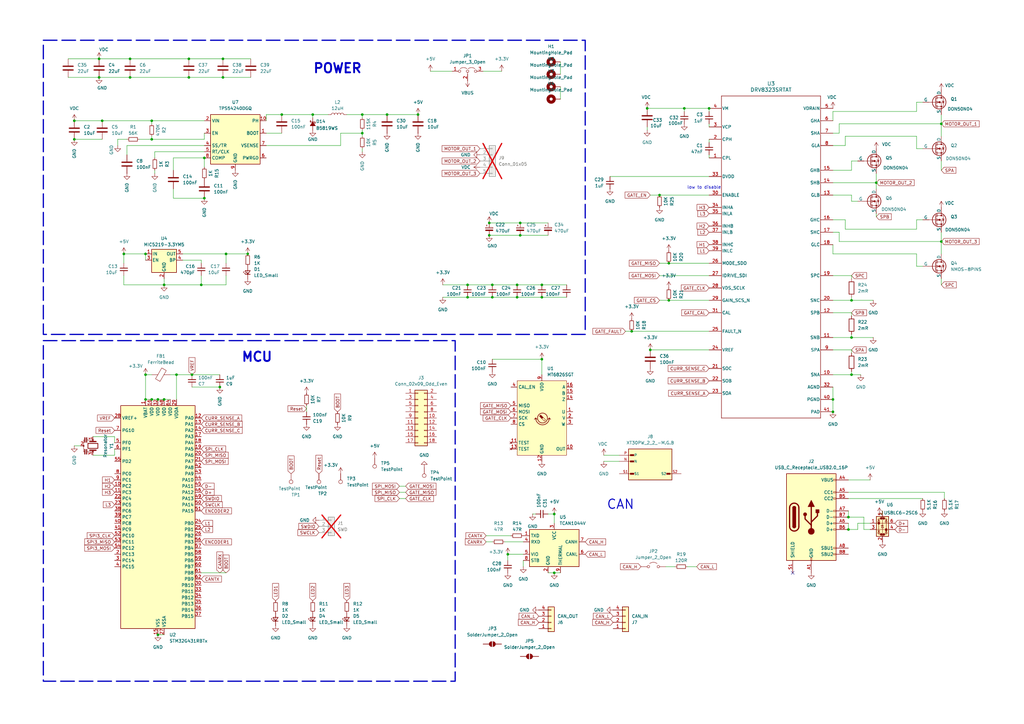
<source format=kicad_sch>
(kicad_sch (version 20250114) (generator "eeschema") (generator_version "9.0")
  (paper "A3")
  (title_block (title "FOC Driver Board") (company "Manh Ti"))
  (rectangle (start 17.78 16.51) (end 240.03 137.16) (stroke (width 0.508) (type dash)))
  (rectangle (start 17.78 139.7) (end 186.69 279.4) (stroke (width 0.508) (type dash)))
  (text "MCU" (at 105.41 146.558 0) (effects (font (size 3.81 3.81) (bold yes))))
  (text "CAN" (at 254.508 207.01 0) (effects (font (size 3.81 3.81) (thickness 0.4) (bold yes))))
  (text "POWER\n" (at 138.43 28.194 0) (effects (font (size 3.81 3.81) (bold yes))))
  (text "low to disable" (at 288.798 76.962 0) (effects (font (size 1.27 1.27))))
  (junction (at 101.6 104.14))
  (junction (at 59.69 153.67))
  (junction (at 53.34 31.75))
  (junction (at 259.08 135.89))
  (junction (at 128.27 46.99))
  (junction (at 349.25 123.19))
  (junction (at 200.66 96.52))
  (junction (at 158.75 46.99))
  (junction (at 227.33 210.82))
  (junction (at 30.48 57.15))
  (junction (at 91.44 24.13))
  (junction (at 274.32 123.19))
  (junction (at 386.08 99.06))
  (junction (at 212.09 116.84))
  (junction (at 212.09 121.92))
  (junction (at 213.36 91.44))
  (junction (at 349.25 138.43))
  (junction (at 290.83 44.45))
  (junction (at 92.71 104.14))
  (junction (at 72.39 153.67))
  (junction (at 40.64 24.13))
  (junction (at 208.28 227.33))
  (junction (at 347.98 212.09))
  (junction (at 148.59 54.61))
  (junction (at 274.32 107.95))
  (junction (at 90.17 158.75))
  (junction (at 53.34 24.13))
  (junction (at 148.59 46.99))
  (junction (at 191.77 121.92))
  (junction (at 386.08 50.8))
  (junction (at 91.44 31.75))
  (junction (at 201.93 116.84))
  (junction (at 200.66 91.44))
  (junction (at 171.45 46.99))
  (junction (at 191.77 116.84))
  (junction (at 62.23 49.53))
  (junction (at 30.48 49.53))
  (junction (at 349.25 153.67))
  (junction (at 213.36 96.52))
  (junction (at 347.98 217.17))
  (junction (at 83.82 64.77))
  (junction (at 359.41 74.93))
  (junction (at 222.25 121.92))
  (junction (at 67.31 163.83))
  (junction (at 50.8 104.14))
  (junction (at 40.64 31.75))
  (junction (at 82.55 116.84))
  (junction (at 280.67 44.45))
  (junction (at 227.33 234.95))
  (junction (at 59.69 104.14))
  (junction (at 62.23 57.15))
  (junction (at 77.47 31.75))
  (junction (at 201.93 121.92))
  (junction (at 77.47 24.13))
  (junction (at 115.57 46.99))
  (junction (at 59.69 163.83))
  (junction (at 62.23 163.83))
  (junction (at 270.51 80.01))
  (junction (at 64.77 163.83))
  (junction (at 222.25 147.32))
  (junction (at 265.43 44.45))
  (junction (at 341.63 168.91))
  (junction (at 266.7 143.51))
  (junction (at 83.82 81.28))
  (junction (at 41.91 49.53))
  (junction (at 222.25 116.84))
  (junction (at 64.77 260.35))
  (junction (at 67.31 116.84))
  (junction (at 341.63 163.83))
  (junction (at 78.74 153.67))
  (no_connect (at 325.12 234.95))
  (wire (pts (xy 50.8 116.84) (xy 67.31 116.84)))
  (wire (pts (xy 38.1 179.07) (xy 46.99 179.07)))
  (wire (pts (xy 78.74 158.75) (xy 90.17 158.75)))
  (wire (pts (xy 361.95 210.82) (xy 360.68 210.82)))
  (wire (pts (xy 83.82 54.61) (xy 83.82 57.15)))
  (wire (pts (xy 375.92 109.22) (xy 378.46 109.22)))
  (wire (pts (xy 213.36 91.44) (xy 224.79 91.44)))
  (wire (pts (xy 386.08 116.84) (xy 386.08 114.3)))
  (wire (pts (xy 74.93 106.68) (xy 82.55 106.68)))
  (wire (pts (xy 347.98 212.09) (xy 354.33 212.09)))
  (wire (pts (xy 48.26 59.69) (xy 48.26 57.15)))
  (wire (pts (xy 222.25 121.92) (xy 232.41 121.92)))
  (wire (pts (xy 346.71 93.98) (xy 375.92 93.98)))
  (wire (pts (xy 71.12 81.28) (xy 83.82 81.28)))
  (wire (pts (xy 59.69 163.83) (xy 62.23 163.83)))
  (wire (pts (xy 227.33 210.82) (xy 227.33 214.63)))
  (wire (pts (xy 30.48 57.15) (xy 41.91 57.15)))
  (wire (pts (xy 91.44 24.13) (xy 102.87 24.13)))
  (wire (pts (xy 349.25 66.04) (xy 349.25 69.85)))
  (wire (pts (xy 53.34 24.13) (xy 77.47 24.13)))
  (wire (pts (xy 222.25 116.84) (xy 232.41 116.84)))
  (wire (pts (xy 356.87 196.85) (xy 347.98 196.85)))
  (wire (pts (xy 359.41 88.9) (xy 359.41 87.63)))
  (wire (pts (xy 57.15 57.15) (xy 62.23 57.15)))
  (wire (pts (xy 280.67 44.45) (xy 290.83 44.45)))
  (wire (pts (xy 290.83 50.8) (xy 290.83 52.07)))
  (wire (pts (xy 266.7 80.01) (xy 270.51 80.01)))
  (wire (pts (xy 349.25 113.03) (xy 349.25 114.3)))
  (wire (pts (xy 247.65 186.69) (xy 254 186.69)))
  (wire (pts (xy 52.07 59.69) (xy 83.82 59.69)))
  (wire (pts (xy 265.43 44.45) (xy 280.67 44.45)))
  (wire (pts (xy 72.39 153.67) (xy 78.74 153.67)))
  (wire (pts (xy 69.85 153.67) (xy 72.39 153.67)))
  (wire (pts (xy 375.92 104.14) (xy 375.92 109.22)))
  (wire (pts (xy 142.24 46.99) (xy 148.59 46.99)))
  (wire (pts (xy 82.55 107.95) (xy 82.55 106.68)))
  (wire (pts (xy 359.41 74.93) (xy 359.41 77.47)))
  (wire (pts (xy 218.44 210.82) (xy 219.71 210.82)))
  (wire (pts (xy 347.98 201.93) (xy 387.35 201.93)))
  (wire (pts (xy 341.63 104.14) (xy 375.92 104.14)))
  (wire (pts (xy 213.36 91.44) (xy 200.66 91.44)))
  (wire (pts (xy 341.63 158.75) (xy 341.63 163.83)))
  (wire (pts (xy 163.83 199.39) (xy 166.37 199.39)))
  (wire (pts (xy 259.08 135.89) (xy 290.83 135.89)))
  (wire (pts (xy 346.71 90.17) (xy 341.63 90.17)))
  (wire (pts (xy 163.83 201.93) (xy 166.37 201.93)))
  (wire (pts (xy 346.71 93.98) (xy 346.71 90.17)))
  (wire (pts (xy 62.23 57.15) (xy 83.82 57.15)))
  (wire (pts (xy 67.31 116.84) (xy 82.55 116.84)))
  (wire (pts (xy 256.54 135.89) (xy 259.08 135.89)))
  (wire (pts (xy 341.63 153.67) (xy 349.25 153.67)))
  (wire (pts (xy 344.17 95.25) (xy 341.63 95.25)))
  (wire (pts (xy 341.63 45.72) (xy 375.92 45.72)))
  (wire (pts (xy 77.47 31.75) (xy 91.44 31.75)))
  (wire (pts (xy 341.63 80.01) (xy 349.25 80.01)))
  (wire (pts (xy 375.92 41.91) (xy 378.46 41.91)))
  (wire (pts (xy 354.33 217.17) (xy 354.33 212.09)))
  (wire (pts (xy 290.83 44.45) (xy 290.83 45.72)))
  (wire (pts (xy 148.59 53.34) (xy 148.59 54.61)))
  (wire (pts (xy 74.93 104.14) (xy 92.71 104.14)))
  (wire (pts (xy 347.98 214.63) (xy 347.98 217.17)))
  (wire (pts (xy 77.47 24.13) (xy 91.44 24.13)))
  (wire (pts (xy 341.63 128.27) (xy 349.25 128.27)))
  (wire (pts (xy 270.51 80.01) (xy 290.83 80.01)))
  (wire (pts (xy 341.63 143.51) (xy 349.25 143.51)))
  (wire (pts (xy 212.09 116.84) (xy 222.25 116.84)))
  (wire (pts (xy 40.64 24.13) (xy 53.34 24.13)))
  (wire (pts (xy 128.27 46.99) (xy 134.62 46.99)))
  (wire (pts (xy 125.73 168.91) (xy 125.73 166.37)))
  (wire (pts (xy 50.8 104.14) (xy 59.69 104.14)))
  (wire (pts (xy 46.99 184.15) (xy 46.99 186.69)))
  (wire (pts (xy 281.94 232.41) (xy 285.75 232.41)))
  (wire (pts (xy 341.63 123.19) (xy 349.25 123.19)))
  (wire (pts (xy 139.7 54.61) (xy 148.59 54.61)))
  (wire (pts (xy 62.23 50.8) (xy 62.23 49.53)))
  (wire (pts (xy 59.69 153.67) (xy 62.23 153.67)))
  (wire (pts (xy 353.06 153.67) (xy 349.25 153.67)))
  (wire (pts (xy 227.33 234.95) (xy 229.87 234.95)))
  (wire (pts (xy 148.59 48.26) (xy 148.59 46.99)))
  (wire (pts (xy 349.25 128.27) (xy 349.25 129.54)))
  (wire (pts (xy 344.17 50.8) (xy 386.08 50.8)))
  (wire (pts (xy 50.8 113.03) (xy 50.8 116.84)))
  (wire (pts (xy 346.71 59.69) (xy 341.63 59.69)))
  (wire (pts (xy 386.08 99.06) (xy 386.08 104.14)))
  (wire (pts (xy 59.69 153.67) (xy 59.69 163.83)))
  (wire (pts (xy 139.7 59.69) (xy 139.7 54.61)))
  (wire (pts (xy 62.23 163.83) (xy 64.77 163.83)))
  (wire (pts (xy 356.87 217.17) (xy 354.33 217.17)))
  (wire (pts (xy 344.17 99.06) (xy 386.08 99.06)))
  (wire (pts (xy 163.83 204.47) (xy 166.37 204.47)))
  (wire (pts (xy 50.8 107.95) (xy 50.8 104.14)))
  (wire (pts (xy 41.91 49.53) (xy 62.23 49.53)))
  (wire (pts (xy 82.55 116.84) (xy 92.71 116.84)))
  (wire (pts (xy 181.61 116.84) (xy 191.77 116.84)))
  (wire (pts (xy 349.25 66.04) (xy 351.79 66.04)))
  (wire (pts (xy 191.77 116.84) (xy 201.93 116.84)))
  (wire (pts (xy 67.31 114.3) (xy 67.31 116.84)))
  (wire (pts (xy 274.32 107.95) (xy 270.51 107.95)))
  (wire (pts (xy 214.63 232.41) (xy 214.63 229.87)))
  (wire (pts (xy 213.36 96.52) (xy 224.79 96.52)))
  (wire (pts (xy 92.71 104.14) (xy 92.71 107.95)))
  (wire (pts (xy 213.36 96.52) (xy 200.66 96.52)))
  (wire (pts (xy 280.67 44.45) (xy 280.67 45.72)))
  (wire (pts (xy 224.79 234.95) (xy 227.33 234.95)))
  (wire (pts (xy 270.51 113.03) (xy 290.83 113.03)))
  (wire (pts (xy 386.08 95.25) (xy 386.08 99.06)))
  (wire (pts (xy 351.79 217.17) (xy 351.79 214.63)))
  (wire (pts (xy 341.63 74.93) (xy 359.41 74.93)))
  (wire (pts (xy 290.83 107.95) (xy 274.32 107.95)))
  (wire (pts (xy 208.28 229.87) (xy 208.28 227.33)))
  (wire (pts (xy 109.22 46.99) (xy 115.57 46.99)))
  (wire (pts (xy 386.08 46.99) (xy 386.08 50.8)))
  (wire (pts (xy 250.19 72.39) (xy 290.83 72.39)))
  (wire (pts (xy 38.1 186.69) (xy 46.99 186.69)))
  (wire (pts (xy 30.48 49.53) (xy 41.91 49.53)))
  (wire (pts (xy 59.69 104.14) (xy 59.69 106.68)))
  (wire (pts (xy 198.12 29.21) (xy 205.74 29.21)))
  (wire (pts (xy 349.25 138.43) (xy 349.25 137.16)))
  (wire (pts (xy 82.55 113.03) (xy 82.55 116.84)))
  (wire (pts (xy 53.34 31.75) (xy 77.47 31.75)))
  (wire (pts (xy 201.93 121.92) (xy 212.09 121.92)))
  (wire (pts (xy 386.08 69.85) (xy 386.08 66.04)))
  (wire (pts (xy 46.99 181.61) (xy 46.99 179.07)))
  (wire (pts (xy 148.59 46.99) (xy 158.75 46.99)))
  (wire (pts (xy 229.87 25.4) (xy 229.87 30.48)))
  (wire (pts (xy 341.63 45.72) (xy 341.63 49.53)))
  (wire (pts (xy 92.71 104.14) (xy 101.6 104.14)))
  (wire (pts (xy 40.64 31.75) (xy 53.34 31.75)))
  (wire (pts (xy 224.79 210.82) (xy 227.33 210.82)))
  (wire (pts (xy 344.17 50.8) (xy 344.17 54.61)))
  (wire (pts (xy 71.12 69.85) (xy 71.12 64.77)))
  (wire (pts (xy 247.65 189.23) (xy 254 189.23)))
  (wire (pts (xy 208.28 227.33) (xy 214.63 227.33)))
  (wire (pts (xy 273.05 232.41) (xy 276.86 232.41)))
  (wire (pts (xy 109.22 49.53) (xy 109.22 46.99)))
  (wire (pts (xy 191.77 121.92) (xy 201.93 121.92)))
  (wire (pts (xy 30.48 182.88) (xy 33.02 182.88)))
  (wire (pts (xy 63.5 62.23) (xy 63.5 64.77)))
  (wire (pts (xy 358.14 138.43) (xy 349.25 138.43)))
  (wire (pts (xy 222.25 147.32) (xy 222.25 153.67)))
  (wire (pts (xy 344.17 54.61) (xy 341.63 54.61)))
  (wire (pts (xy 64.77 163.83) (xy 67.31 163.83)))
  (wire (pts (xy 290.83 63.5) (xy 290.83 64.77)))
  (wire (pts (xy 375.92 90.17) (xy 375.92 93.98)))
  (wire (pts (xy 387.35 201.93) (xy 387.35 204.47)))
  (wire (pts (xy 347.98 209.55) (xy 347.98 212.09)))
  (wire (pts (xy 375.92 41.91) (xy 375.92 45.72)))
  (wire (pts (xy 92.71 113.03) (xy 92.71 116.84)))
  (wire (pts (xy 359.41 71.12) (xy 359.41 74.93)))
  (wire (pts (xy 270.51 123.19) (xy 274.32 123.19)))
  (wire (pts (xy 274.32 123.19) (xy 290.83 123.19)))
  (wire (pts (xy 64.77 260.35) (xy 67.31 260.35)))
  (wire (pts (xy 72.39 153.67) (xy 72.39 163.83)))
  (wire (pts (xy 290.83 57.15) (xy 290.83 58.42)))
  (wire (pts (xy 361.95 209.55) (xy 361.95 210.82)))
  (wire (pts (xy 176.53 29.21) (xy 185.42 29.21)))
  (wire (pts (xy 48.26 57.15) (xy 52.07 57.15)))
  (wire (pts (xy 78.74 153.67) (xy 90.17 153.67)))
  (wire (pts (xy 62.23 49.53) (xy 83.82 49.53)))
  (wire (pts (xy 349.25 82.55) (xy 351.79 82.55)))
  (wire (pts (xy 347.98 204.47) (xy 378.46 204.47)))
  (wire (pts (xy 181.61 121.92) (xy 191.77 121.92)))
  (wire (pts (xy 207.01 222.25) (xy 214.63 222.25)))
  (wire (pts (xy 290.83 143.51) (xy 266.7 143.51)))
  (wire (pts (xy 341.63 138.43) (xy 349.25 138.43)))
  (wire (pts (xy 349.25 80.01) (xy 349.25 82.55)))
  (wire (pts (xy 52.07 63.5) (xy 52.07 59.69)))
  (wire (pts (xy 212.09 121.92) (xy 222.25 121.92)))
  (wire (pts (xy 128.27 48.26) (xy 128.27 46.99)))
  (wire (pts (xy 341.63 104.14) (xy 341.63 100.33)))
  (wire (pts (xy 375.92 60.96) (xy 375.92 55.88)))
  (wire (pts (xy 27.94 24.13) (xy 40.64 24.13)))
  (wire (pts (xy 358.14 123.19) (xy 349.25 123.19)))
  (wire (pts (xy 115.57 46.99) (xy 128.27 46.99)))
  (wire (pts (xy 349.25 153.67) (xy 349.25 152.4)))
  (wire (pts (xy 71.12 64.77) (xy 83.82 64.77)))
  (wire (pts (xy 201.93 116.84) (xy 212.09 116.84)))
  (wire (pts (xy 109.22 54.61) (xy 115.57 54.61)))
  (wire (pts (xy 91.44 31.75) (xy 102.87 31.75)))
  (wire (pts (xy 229.87 35.56) (xy 229.87 40.64)))
  (wire (pts (xy 347.98 217.17) (xy 351.79 217.17)))
  (wire (pts (xy 148.59 54.61) (xy 148.59 55.88)))
  (wire (pts (xy 83.82 62.23) (xy 63.5 62.23)))
  (wire (pts (xy 67.31 163.83) (xy 69.85 163.83)))
  (wire (pts (xy 341.63 163.83) (xy 341.63 168.91)))
  (wire (pts (xy 386.08 50.8) (xy 386.08 55.88)))
  (wire (pts (xy 27.94 31.75) (xy 40.64 31.75)))
  (wire (pts (xy 199.39 219.71) (xy 209.55 219.71)))
  (wire (pts (xy 351.79 214.63) (xy 356.87 214.63)))
  (wire (pts (xy 349.25 123.19) (xy 349.25 121.92)))
  (wire (pts (xy 346.71 55.88) (xy 346.71 59.69)))
  (wire (pts (xy 201.93 147.32) (xy 222.25 147.32)))
  (wire (pts (xy 83.82 64.77) (xy 83.82 68.58)))
  (wire (pts (xy 199.39 222.25) (xy 201.93 222.25)))
  (wire (pts (xy 349.25 143.51) (xy 349.25 144.78)))
  (wire (pts (xy 109.22 59.69) (xy 139.7 59.69)))
  (wire (pts (xy 344.17 99.06) (xy 344.17 95.25)))
  (wire (pts (xy 62.23 57.15) (xy 62.23 55.88)))
  (wire (pts (xy 341.63 113.03) (xy 349.25 113.03)))
  (wire (pts (xy 375.92 60.96) (xy 378.46 60.96)))
  (wire (pts (xy 158.75 46.99) (xy 171.45 46.99)))
  (wire (pts (xy 71.12 77.47) (xy 71.12 81.28)))
  (wire (pts (xy 265.43 52.07) (xy 265.43 53.34)))
  (wire (pts (xy 63.5 69.85) (xy 63.5 71.12)))
  (wire (pts (xy 375.92 90.17) (xy 378.46 90.17)))
  (wire (pts (xy 82.55 234.95) (xy 92.71 234.95)))
  (wire (pts (xy 341.63 69.85) (xy 349.25 69.85)))
  (wire (pts (xy 346.71 55.88) (xy 375.92 55.88)))
  (wire (pts (xy 148.59 62.23) (xy 148.59 60.96)))
  (global_label "MOTOR_OUT_2" (shape input) (at 196.85 66.04 180) (property "Intersheetrefs" "${INTERSHEET_REFS}" (effects (hide yes))))
  (global_label "GATE_MISO" (shape input) (at 270.51 107.95 180) (property "Intersheetrefs" "${INTERSHEET_REFS}" (effects (hide yes))))
  (global_label "SPI_CLK" (shape input) (at 82.55 184.15 0) (property "Intersheetrefs" "${INTERSHEET_REFS}" (effects (hide yes))))
  (global_label "SPC" (shape input) (at 386.08 116.84 0) (property "Intersheetrefs" "${INTERSHEET_REFS}" (effects (hide yes))))
  (global_label "L2" (shape input) (at 82.55 217.17 0) (property "Intersheetrefs" "${INTERSHEET_REFS}" (effects (hide yes))))
  (global_label "SPI_CLK" (shape input) (at 163.83 204.47 180) (property "Intersheetrefs" "${INTERSHEET_REFS}" (effects (hide yes))))
  (global_label "CANTX" (shape input) (at 82.55 237.49 0) (property "Intersheetrefs" "${INTERSHEET_REFS}" (effects (hide yes))))
  (global_label "CANRX" (shape input) (at 199.39 222.25 180) (property "Intersheetrefs" "${INTERSHEET_REFS}" (effects (hide yes))))
  (global_label "MOTOR_OUT_3" (shape input) (at 196.85 71.12 180) (property "Intersheetrefs" "${INTERSHEET_REFS}" (effects (hide yes))))
  (global_label "CAN_L" (shape input) (at 240.03 227.33 0) (property "Intersheetrefs" "${INTERSHEET_REFS}" (effects (hide yes))))
  (global_label "VREF" (shape input) (at 78.74 153.67 90) (property "Intersheetrefs" "${INTERSHEET_REFS}" (effects (hide yes))))
  (global_label "CANRX" (shape input) (at 90.17 234.95 90) (property "Intersheetrefs" "${INTERSHEET_REFS}" (effects (hide yes))))
  (global_label "MOTOR_OUT_1" (shape input) (at 196.85 60.96 180) (property "Intersheetrefs" "${INTERSHEET_REFS}" (effects (hide yes))))
  (global_label "D-" (shape input) (at 367.03 217.17 0) (property "Intersheetrefs" "${INTERSHEET_REFS}" (effects (hide yes))))
  (global_label "CAN_L" (shape input) (at 251.46 252.73 180) (property "Intersheetrefs" "${INTERSHEET_REFS}" (effects (hide yes))))
  (global_label "L3" (shape input) (at 46.99 207.01 180) (property "Intersheetrefs" "${INTERSHEET_REFS}" (effects (hide yes))))
  (global_label "CAN_H" (shape input) (at 251.46 255.27 180) (property "Intersheetrefs" "${INTERSHEET_REFS}" (effects (hide yes))))
  (global_label "L2" (shape input) (at 290.83 95.25 180) (property "Intersheetrefs" "${INTERSHEET_REFS}" (effects (hide yes))))
  (global_label "MOTOR_OUT_1" (shape input) (at 386.08 50.8 0) (property "Intersheetrefs" "${INTERSHEET_REFS}" (effects (hide yes))))
  (global_label "L1" (shape input) (at 290.83 102.87 180) (property "Intersheetrefs" "${INTERSHEET_REFS}" (effects (hide yes))))
  (global_label "SPA" (shape input) (at 349.25 143.51 0) (property "Intersheetrefs" "${INTERSHEET_REFS}" (effects (hide yes))))
  (global_label "SWDIO" (shape input) (at 130.81 215.9 180) (property "Intersheetrefs" "${INTERSHEET_REFS}" (effects (hide yes))))
  (global_label "ENCODER2" (shape input) (at 82.55 209.55 0) (property "Intersheetrefs" "${INTERSHEET_REFS}" (effects (hide yes))))
  (global_label "H3" (shape input) (at 46.99 201.93 180) (property "Intersheetrefs" "${INTERSHEET_REFS}" (effects (hide yes))))
  (global_label "H1" (shape input) (at 290.83 100.33 180) (property "Intersheetrefs" "${INTERSHEET_REFS}" (effects (hide yes))))
  (global_label "SWDIO" (shape input) (at 82.55 204.47 0) (property "Intersheetrefs" "${INTERSHEET_REFS}" (effects (hide yes))))
  (global_label "CURR_SENSE_C" (shape input) (at 82.55 176.53 0) (property "Intersheetrefs" "${INTERSHEET_REFS}" (effects (hide yes))))
  (global_label "BOOT" (shape input) (at 92.71 234.95 90) (property "Intersheetrefs" "${INTERSHEET_REFS}" (effects (hide yes))))
  (global_label "CURR_SENSE_C" (shape input) (at 290.83 151.13 180) (property "Intersheetrefs" "${INTERSHEET_REFS}" (effects (hide yes))))
  (global_label "GATE_CS" (shape input) (at 270.51 123.19 180) (property "Intersheetrefs" "${INTERSHEET_REFS}" (effects (hide yes))))
  (global_label "D+" (shape input) (at 367.03 214.63 0) (property "Intersheetrefs" "${INTERSHEET_REFS}" (effects (hide yes))))
  (global_label "CURR_SENSE_A" (shape input) (at 82.55 171.45 0) (property "Intersheetrefs" "${INTERSHEET_REFS}" (effects (hide yes))))
  (global_label "ENCODER1" (shape input) (at 82.55 222.25 0) (property "Intersheetrefs" "${INTERSHEET_REFS}" (effects (hide yes))))
  (global_label "CURR_SENSE_B" (shape input) (at 290.83 156.21 180) (property "Intersheetrefs" "${INTERSHEET_REFS}" (effects (hide yes))))
  (global_label "LED1" (shape input) (at 113.03 246.38 90) (property "Intersheetrefs" "${INTERSHEET_REFS}" (effects (hide yes))))
  (global_label "SPI3_MISO" (shape input) (at 46.99 222.25 180) (property "Intersheetrefs" "${INTERSHEET_REFS}" (effects (hide yes))))
  (global_label "GATE_FAULT" (shape input) (at 256.54 135.89 180) (property "Intersheetrefs" "${INTERSHEET_REFS}" (effects (hide yes))))
  (global_label "H1" (shape input) (at 46.99 196.85 180) (property "Intersheetrefs" "${INTERSHEET_REFS}" (effects (hide yes))))
  (global_label "Reset" (shape input) (at 125.73 167.64 180) (property "Intersheetrefs" "${INTERSHEET_REFS}" (effects (hide yes))))
  (global_label "SWCLK" (shape input) (at 82.55 207.01 0) (property "Intersheetrefs" "${INTERSHEET_REFS}" (effects (hide yes))))
  (global_label "CURR_SENSE_A" (shape input) (at 290.83 161.29 180) (property "Intersheetrefs" "${INTERSHEET_REFS}" (effects (hide yes))))
  (global_label "Reset" (shape input) (at 130.81 194.31 90) (property "Intersheetrefs" "${INTERSHEET_REFS}" (effects (hide yes))))
  (global_label "GATE_CLK" (shape input) (at 209.55 171.45 180) (property "Intersheetrefs" "${INTERSHEET_REFS}" (effects (hide yes))))
  (global_label "GATE_MISO" (shape input) (at 166.37 201.93 0) (property "Intersheetrefs" "${INTERSHEET_REFS}" (effects (hide yes))))
  (global_label "CANTX" (shape input) (at 199.39 219.71 180) (property "Intersheetrefs" "${INTERSHEET_REFS}" (effects (hide yes))))
  (global_label "SPB" (shape input) (at 349.25 128.27 0) (property "Intersheetrefs" "${INTERSHEET_REFS}" (effects (hide yes))))
  (global_label "SPC" (shape input) (at 349.25 113.03 0) (property "Intersheetrefs" "${INTERSHEET_REFS}" (effects (hide yes))))
  (global_label "H2" (shape input) (at 290.83 92.71 180) (property "Intersheetrefs" "${INTERSHEET_REFS}" (effects (hide yes))))
  (global_label "GATE_CLK" (shape input) (at 290.83 118.11 180) (property "Intersheetrefs" "${INTERSHEET_REFS}" (effects (hide yes))))
  (global_label "MOTOR_OUT_2" (shape input) (at 359.41 74.93 0) (property "Intersheetrefs" "${INTERSHEET_REFS}" (effects (hide yes))))
  (global_label "D-" (shape input) (at 82.55 199.39 0) (property "Intersheetrefs" "${INTERSHEET_REFS}" (effects (hide yes))))
  (global_label "BOOT" (shape input) (at 138.43 168.91 90) (property "Intersheetrefs" "${INTERSHEET_REFS}" (effects (hide yes))))
  (global_label "GATE_MISO" (shape input) (at 209.55 166.37 180) (property "Intersheetrefs" "${INTERSHEET_REFS}" (effects (hide yes))))
  (global_label "SWCLK" (shape input) (at 130.81 218.44 180) (property "Intersheetrefs" "${INTERSHEET_REFS}" (effects (hide yes))))
  (global_label "SPA" (shape input) (at 386.08 69.85 0) (property "Intersheetrefs" "${INTERSHEET_REFS}" (effects (hide yes))))
  (global_label "SPI3_MOSI" (shape input) (at 46.99 224.79 180) (property "Intersheetrefs" "${INTERSHEET_REFS}" (effects (hide yes))))
  (global_label "CAN_H" (shape input) (at 240.03 222.25 0) (property "Intersheetrefs" "${INTERSHEET_REFS}" (effects (hide yes))))
  (global_label "MOTOR_OUT_3" (shape input) (at 386.08 99.06 0) (property "Intersheetrefs" "${INTERSHEET_REFS}" (effects (hide yes))))
  (global_label "SPI3_CLK" (shape input) (at 46.99 219.71 180) (property "Intersheetrefs" "${INTERSHEET_REFS}" (effects (hide yes))))
  (global_label "GATE_EN" (shape input) (at 266.7 80.01 180) (property "Intersheetrefs" "${INTERSHEET_REFS}" (effects (hide yes))))
  (global_label "L1" (shape input) (at 82.55 214.63 0) (property "Intersheetrefs" "${INTERSHEET_REFS}" (effects (hide yes))))
  (global_label "H2" (shape input) (at 46.99 199.39 180) (property "Intersheetrefs" "${INTERSHEET_REFS}" (effects (hide yes))))
  (global_label "L3" (shape input) (at 290.83 87.63 180) (property "Intersheetrefs" "${INTERSHEET_REFS}" (effects (hide yes))))
  (global_label "SPI_MOSI" (shape input) (at 163.83 199.39 180) (property "Intersheetrefs" "${INTERSHEET_REFS}" (effects (hide yes))))
  (global_label "CAN_L" (shape input) (at 220.98 252.73 180) (property "Intersheetrefs" "${INTERSHEET_REFS}" (effects (hide yes))))
  (global_label "SPB" (shape input) (at 359.41 88.9 0) (property "Intersheetrefs" "${INTERSHEET_REFS}" (effects (hide yes))))
  (global_label "LED3" (shape input) (at 142.24 246.38 90) (property "Intersheetrefs" "${INTERSHEET_REFS}" (effects (hide yes))))
  (global_label "GATE_MOSI" (shape input) (at 270.51 113.03 180) (property "Intersheetrefs" "${INTERSHEET_REFS}" (effects (hide yes))))
  (global_label "SPI_MOSI" (shape input) (at 82.55 189.23 0) (property "Intersheetrefs" "${INTERSHEET_REFS}" (effects (hide yes))))
  (global_label "BOOT" (shape input) (at 119.38 194.31 90) (property "Intersheetrefs" "${INTERSHEET_REFS}" (effects (hide yes))))
  (global_label "H3" (shape input) (at 290.83 85.09 180) (property "Intersheetrefs" "${INTERSHEET_REFS}" (effects (hide yes))))
  (global_label "CAN_H" (shape input) (at 220.98 255.27 180) (property "Intersheetrefs" "${INTERSHEET_REFS}" (effects (hide yes))))
  (global_label "SPI_MISO" (shape input) (at 82.55 186.69 0) (property "Intersheetrefs" "${INTERSHEET_REFS}" (effects (hide yes))))
  (global_label "Reset" (shape input) (at 46.99 176.53 180) (property "Intersheetrefs" "${INTERSHEET_REFS}" (effects (hide yes))))
  (global_label "GATE_MOSI" (shape input) (at 166.37 199.39 0) (property "Intersheetrefs" "${INTERSHEET_REFS}" (effects (hide yes))))
  (global_label "SPI_MISO" (shape input) (at 163.83 201.93 180) (property "Intersheetrefs" "${INTERSHEET_REFS}" (effects (hide yes))))
  (global_label "D+" (shape input) (at 82.55 201.93 0) (property "Intersheetrefs" "${INTERSHEET_REFS}" (effects (hide yes))))
  (global_label "GATE_MOSI" (shape input) (at 209.55 168.91 180) (property "Intersheetrefs" "${INTERSHEET_REFS}" (effects (hide yes))))
  (global_label "GATE_CLK" (shape input) (at 166.37 204.47 0) (property "Intersheetrefs" "${INTERSHEET_REFS}" (effects (hide yes))))
  (global_label "GATE_CAL" (shape input) (at 290.83 128.27 180) (property "Intersheetrefs" "${INTERSHEET_REFS}" (effects (hide yes))))
  (global_label "CAN_H" (shape input) (at 262.89 232.41 180) (property "Intersheetrefs" "${INTERSHEET_REFS}" (effects (hide yes))))
  (global_label "CAN_L" (shape input) (at 285.75 232.41 0) (property "Intersheetrefs" "${INTERSHEET_REFS}" (effects (hide yes))))
  (global_label "CURR_SENSE_B" (shape input) (at 82.55 173.99 0) (property "Intersheetrefs" "${INTERSHEET_REFS}" (effects (hide yes))))
  (global_label "LED2" (shape input) (at 128.27 246.38 90) (property "Intersheetrefs" "${INTERSHEET_REFS}" (effects (hide yes))))
  (global_label "VREF" (shape input) (at 46.99 171.45 180) (property "Intersheetrefs" "${INTERSHEET_REFS}" (effects (hide yes))))
  (symbol (lib_id "Device:C_Small") (at 212.09 119.38 0) (mirror y) (unit 1)
    (property "Reference" "C24" (at 209.55 118.1162 0) (effects (justify left)))
    (property "Value" "100nF" (at 209.55 120.6562 0) (effects (justify left)))
    (property "Footprint" "Capacitor_SMD:C_0603_1608Metric" (effects (hide yes)))
    (property "Description" "Unpolarized capacitor, small symbol" (effects (hide yes)))
  )
  (symbol (lib_id "Device:R_Small") (at 148.59 58.42 0) (mirror x) (unit 1)
    (property "Reference" "R5" (at 153.67 58.42 90))
    (property "Value" "10K" (at 151.13 58.42 90))
    (property "Footprint" "Resistor_SMD:R_0603_1608Metric" (effects (hide yes)))
    (property "Description" "Resistor, small symbol" (effects (hide yes)))
  )
  (symbol (lib_id "Device:FerriteBead") (at 66.04 153.67 90) (unit 1)
    (property "Reference" "FB1" (at 65.9892 146.05 90))
    (property "Value" "FerriteBead" (at 65.9892 148.59 90))
    (property "Footprint" "Inductor_SMD:L_0603_1608Metric" (effects (hide yes)))
    (property "Description" "Ferrite bead" (effects (hide yes)))
  )
  (symbol (lib_id "power:GND") (at 208.28 234.95 0) (unit 1)
    (property "Reference" "#PWR056" (effects (hide yes)))
    (property "Value" "GND" (at 208.28 240.03 0))
    (property "Description" "Power symbol creates a global label with name \"GND\" , ground" (effects (hide yes)))
  )
  (symbol (lib_id "Device:C_Small") (at 290.83 60.96 0) (mirror y) (unit 1)
    (property "Reference" "C1" (at 288.29 59.6962 0) (effects (justify left)))
    (property "Value" "47nF" (at 288.29 62.2362 0) (effects (justify left)))
    (property "Footprint" "Capacitor_SMD:C_0603_1608Metric" (effects (hide yes)))
    (property "Description" "Unpolarized capacitor, small symbol" (effects (hide yes)))
  )
  (symbol (lib_id "power:GND") (at 222.25 189.23 0) (unit 1)
    (property "Reference" "#PWR018" (effects (hide yes)))
    (property "Value" "GND" (at 222.25 194.31 0))
    (property "Description" "Power symbol creates a global label with name \"GND\" , ground" (effects (hide yes)))
  )
  (symbol (lib_id "power:GND") (at 266.7 151.13 0) (unit 1)
    (property "Reference" "#PWR078" (effects (hide yes)))
    (property "Value" "GND" (at 266.7 156.21 0))
    (property "Description" "Power symbol creates a global label with name \"GND\" , ground" (effects (hide yes)))
  )
  (symbol (lib_id "TiManh:NMOS-8PINS") (at 384.81 60.96 0) (unit 1)
    (property "Reference" "Q2" (at 389.89 59.6899 0) (effects (justify left)))
    (property "Value" "DON50N04" (at 387.858 65.024 0) (effects (justify left)))
    (property "Footprint" "Package_DFN_QFN:PQFN-8-EP_6x5mm_P1.27mm_Generic" (effects (hide yes)))
  )
  (symbol (lib_id "Device:R_Small") (at 62.23 53.34 0) (mirror x) (unit 1)
    (property "Reference" "R2" (at 67.31 53.34 90))
    (property "Value" "470K" (at 64.77 53.34 90))
    (property "Footprint" "Resistor_SMD:R_0603_1608Metric" (effects (hide yes)))
    (property "Description" "Resistor, small symbol" (effects (hide yes)))
  )
  (symbol (lib_id "Mechanical:MountingHole_Pad") (at 227.33 40.64 90) (unit 1) (exclude_from_sim yes) (in_bom no)
    (property "Reference" "H4" (at 226.06 34.29 90))
    (property "Value" "MountingHole_Pad" (at 226.06 36.83 90))
    (property "Footprint" "MountingHole:MountingHole_3.2mm_M3_Pad_Via" (effects (hide yes)))
    (property "Description" "Mounting Hole with connection" (effects (hide yes)))
  )
  (symbol (lib_id "power:+5V") (at 356.87 196.85 0) (unit 1)
    (property "Reference" "#PWR041" (effects (hide yes)))
    (property "Value" "+5V" (at 356.87 191.77 0))
    (property "Description" "Power symbol creates a global label with name \"+5V\"" (effects (hide yes)))
  )
  (symbol (lib_id "power:GND") (at 30.48 182.88 0) (unit 1)
    (property "Reference" "#PWR07" (effects (hide yes)))
    (property "Value" "GND" (at 30.4801 186.69 90) (effects (justify right)))
    (property "Description" "Power symbol creates a global label with name \"GND\" , ground" (effects (hide yes)))
  )
  (symbol (lib_id "power:VDC") (at 386.08 85.09 0) (mirror y) (unit 1)
    (property "Reference" "#PWR068" (effects (hide yes)))
    (property "Value" "VDC" (at 391.414 83.312 0) (effects (justify left)))
    (property "Description" "Power symbol creates a global label with name \"VDC\"" (effects (hide yes)))
  )
  (symbol (lib_id "Device:C") (at 77.47 27.94 180) (unit 1)
    (property "Reference" "C37" (at 81.28 26.6699 0) (effects (justify right)))
    (property "Value" "22uF" (at 81.28 29.2099 0) (effects (justify right)))
    (property "Footprint" "Capacitor_SMD:C_0805_2012Metric" (effects (hide yes)))
    (property "Description" "Unpolarized capacitor" (effects (hide yes)))
  )
  (symbol (lib_id "power:GND") (at 83.82 81.28 0) (unit 1)
    (property "Reference" "#PWR015" (effects (hide yes)))
    (property "Value" "GND" (at 83.8201 85.09 90) (effects (justify right)))
    (property "Description" "Power symbol creates a global label with name \"GND\" , ground" (effects (hide yes)))
  )
  (symbol (lib_id "power:GND") (at 130.81 213.36 270) (unit 1)
    (property "Reference" "#PWR027" (effects (hide yes)))
    (property "Value" "GND" (at 127 213.3599 90) (effects (justify right)))
    (property "Description" "Power symbol creates a global label with name \"GND\" , ground" (effects (hide yes)))
  )
  (symbol (lib_id "power:GND") (at 173.99 191.77 180) (unit 1)
    (property "Reference" "#PWR064" (effects (hide yes)))
    (property "Value" "GND" (at 173.99 186.69 0))
    (property "Description" "Power symbol creates a global label with name \"GND\" , ground" (effects (hide yes)))
  )
  (symbol (lib_id "power:GND") (at 48.26 59.69 0) (unit 1)
    (property "Reference" "#PWR08" (effects (hide yes)))
    (property "Value" "GND" (at 45.72 59.436 90) (effects (justify right)))
    (property "Description" "Power symbol creates a global label with name \"GND\" , ground" (effects (hide yes)))
  )
  (symbol (lib_id "TiManh:NMOS-8PINS") (at 384.81 90.17 0) (unit 1)
    (property "Reference" "Q3" (at 389.89 88.8999 0) (effects (justify left)))
    (property "Value" "DON50N04" (at 387.604 94.234 0) (effects (justify left)))
    (property "Footprint" "Package_DFN_QFN:PQFN-8-EP_6x5mm_P1.27mm_Generic" (effects (hide yes)))
  )
  (symbol (lib_id "Regulator_Linear:MIC5219-3.3YM5") (at 67.31 106.68 0) (unit 1)
    (property "Reference" "U4" (at 67.31 97.79 0))
    (property "Value" "MIC5219-3.3YM5" (at 67.31 100.33 0))
    (property "Footprint" "Package_TO_SOT_SMD:SOT-23-5" (effects (hide yes)))
    (property "Datasheet" "http://ww1.microchip.com/downloads/en/DeviceDoc/MIC5219-500mA-Peak-Output-LDO-Regulator-DS20006021A.pdf" (effects (hide yes)))
    (property "Description" "500mA low dropout linear regulator, fixed 3.3V output, SOT-23-5" (effects (hide yes)))
  )
  (symbol (lib_id "power:GND") (at 387.35 209.55 0) (unit 1)
    (property "Reference" "#PWR040" (effects (hide yes)))
    (property "Value" "GND" (at 387.35 214.63 0))
    (property "Description" "Power symbol creates a global label with name \"GND\" , ground" (effects (hide yes)))
  )
  (symbol (lib_id "Device:R_Small") (at 128.27 248.92 0) (unit 1)
    (property "Reference" "R11" (at 130.81 247.6499 0) (effects (justify left)))
    (property "Value" "1K" (at 130.81 250.1899 0) (effects (justify left)))
    (property "Footprint" "Resistor_SMD:R_0603_1608Metric" (effects (hide yes)))
    (property "Description" "Resistor, small symbol" (effects (hide yes)))
  )
  (symbol (lib_id "power:GND") (at 218.44 210.82 0) (unit 1)
    (property "Reference" "#PWR061" (effects (hide yes)))
    (property "Value" "GND" (at 218.44 215.9 0))
    (property "Description" "Power symbol creates a global label with name \"GND\" , ground" (effects (hide yes)))
  )
  (symbol (lib_id "Device:C") (at 71.12 73.66 180) (unit 1)
    (property "Reference" "C14" (at 74.93 72.3899 0) (effects (justify right)))
    (property "Value" "100nF" (at 74.93 74.9299 0) (effects (justify right)))
    (property "Footprint" "Capacitor_SMD:C_0603_1608Metric" (effects (hide yes)))
    (property "Description" "Unpolarized capacitor" (effects (hide yes)))
  )
  (symbol (lib_id "Device:R") (at 349.25 118.11 0) (unit 1)
    (property "Reference" "R24" (at 351.79 116.8399 0) (effects (justify left)))
    (property "Value" "2mR" (at 351.79 119.3799 0) (effects (justify left)))
    (property "Footprint" "Resistor_SMD:R_2512_6332Metric" (effects (hide yes)))
    (property "Description" "Resistor" (effects (hide yes)))
  )
  (symbol (lib_id "Jumper:SolderJumper_2_Open") (at 201.93 264.16 0) (unit 1) (in_bom no)
    (property "Reference" "JP3" (at 201.93 257.81 0))
    (property "Value" "SolderJumper_2_Open" (at 201.93 260.35 0))
    (property "Footprint" "Jumper:SolderJumper-2_P1.3mm_Open_RoundedPad1.0x1.5mm" (effects (hide yes)))
    (property "Description" "Solder Jumper, 2-pole, open" (effects (hide yes)))
  )
  (symbol (lib_id "Device:LED_Small") (at 113.03 254 90) (unit 1)
    (property "Reference" "D2" (at 115.57 252.6664 90) (effects (justify right)))
    (property "Value" "LED_Small" (at 115.57 255.2064 90) (effects (justify right)))
    (property "Footprint" "LED_SMD:LED_0603_1608Metric" (effects (hide yes)))
    (property "Description" "Light emitting diode, small symbol" (effects (hide yes)))
    (property "Sim.Pin" "1=K 2=A" (effects (hide yes)))
  )
  (symbol (lib_id "Device:C") (at 41.91 53.34 180) (unit 1)
    (property "Reference" "C5" (at 45.72 52.0699 0) (effects (justify right)))
    (property "Value" "10uF" (at 45.72 54.6099 0) (effects (justify right)))
    (property "Footprint" "Capacitor_SMD:C_1206_3216Metric" (effects (hide yes)))
    (property "Description" "Unpolarized capacitor" (effects (hide yes)))
  )
  (symbol (lib_id "power:+5V") (at 360.68 210.82 0) (unit 1)
    (property "Reference" "#PWR060" (effects (hide yes)))
    (property "Value" "+5V" (at 360.68 205.74 0))
    (property "Description" "Power symbol creates a global label with name \"+5V\"" (effects (hide yes)))
  )
  (symbol (lib_id "Device:R_Small") (at 125.73 163.83 0) (mirror x) (unit 1)
    (property "Reference" "R7" (at 130.81 163.83 90))
    (property "Value" "10K" (at 128.27 163.83 90))
    (property "Footprint" "Resistor_SMD:R_0603_1608Metric" (effects (hide yes)))
    (property "Description" "Resistor, small symbol" (effects (hide yes)))
  )
  (symbol (lib_id "Device:R_Small") (at 63.5 67.31 0) (mirror x) (unit 1)
    (property "Reference" "R3" (at 68.58 67.31 90))
    (property "Value" "1K" (at 66.04 67.31 90))
    (property "Footprint" "Resistor_SMD:R_0603_1608Metric" (effects (hide yes)))
    (property "Description" "Resistor, small symbol" (effects (hide yes)))
  )
  (symbol (lib_id "Device:R_Small") (at 142.24 248.92 0) (unit 1)
    (property "Reference" "R12" (at 144.78 247.6499 0) (effects (justify left)))
    (property "Value" "1K" (at 144.78 250.1899 0) (effects (justify left)))
    (property "Footprint" "Resistor_SMD:R_0603_1608Metric" (effects (hide yes)))
    (property "Description" "Resistor, small symbol" (effects (hide yes)))
  )
  (symbol (lib_id "power:GND") (at 96.52 69.85 0) (unit 1)
    (property "Reference" "#PWR013" (effects (hide yes)))
    (property "Value" "GND" (at 96.5201 73.66 90) (effects (justify right)))
    (property "Description" "Power symbol creates a global label with name \"GND\" , ground" (effects (hide yes)))
  )
  (symbol (lib_id "Device:C") (at 115.57 50.8 180) (unit 1)
    (property "Reference" "C15" (at 119.38 49.5299 0) (effects (justify right)))
    (property "Value" "100nF" (at 119.38 52.0699 0) (effects (justify right)))
    (property "Footprint" "Capacitor_SMD:C_0603_1608Metric" (effects (hide yes)))
    (property "Description" "Unpolarized capacitor" (effects (hide yes)))
  )
  (symbol (lib_id "power:GND") (at 200.66 96.52 0) (unit 1)
    (property "Reference" "#PWR044" (effects (hide yes)))
    (property "Value" "GND" (at 203.962 100.838 0) (effects (justify right)))
    (property "Description" "Power symbol creates a global label with name \"GND\" , ground" (effects (hide yes)))
  )
  (symbol (lib_id "power:+3.3V") (at 101.6 104.14 0) (unit 1)
    (property "Reference" "#PWR023" (effects (hide yes)))
    (property "Value" "+3.3V" (at 101.6 99.06 0))
    (property "Description" "Power symbol creates a global label with name \"+3.3V\"" (effects (hide yes)))
  )
  (symbol (lib_id "power:GND") (at 64.77 260.35 0) (unit 1)
    (property "Reference" "#PWR028" (effects (hide yes)))
    (property "Value" "GND" (at 64.77 265.43 0))
    (property "Description" "Power symbol creates a global label with name \"GND\" , ground" (effects (hide yes)))
  )
  (symbol (lib_id "Device:C_Small") (at 90.17 156.21 0) (mirror x) (unit 1)
    (property "Reference" "C9" (at 92.71 157.4738 0) (effects (justify left)))
    (property "Value" "1uF" (at 92.71 154.9338 0) (effects (justify left)))
    (property "Footprint" "Capacitor_SMD:C_0603_1608Metric" (effects (hide yes)))
    (property "Description" "Unpolarized capacitor, small symbol" (effects (hide yes)))
  )
  (symbol (lib_id "power:GND") (at 138.43 173.99 0) (unit 1)
    (property "Reference" "#PWR026" (effects (hide yes)))
    (property "Value" "GND" (at 138.43 179.07 0))
    (property "Description" "Power symbol creates a global label with name \"GND\" , ground" (effects (hide yes)))
  )
  (symbol (lib_id "Device:R_Small") (at 54.61 57.15 270) (mirror x) (unit 1)
    (property "Reference" "R1" (at 54.61 52.07 90))
    (property "Value" "56K" (at 54.61 54.61 90))
    (property "Footprint" "Resistor_SMD:R_0603_1608Metric" (effects (hide yes)))
    (property "Description" "Resistor, small symbol" (effects (hide yes)))
  )
  (symbol (lib_id "power:GND") (at 113.03 256.54 0) (unit 1)
    (property "Reference" "#PWR02" (effects (hide yes)))
    (property "Value" "GND" (at 113.03 261.62 0))
    (property "Description" "Power symbol creates a global label with name \"GND\" , ground" (effects (hide yes)))
  )
  (symbol (lib_id "power:GND") (at 353.06 153.67 0) (unit 1)
    (property "Reference" "#PWR071" (effects (hide yes)))
    (property "Value" "GND" (at 353.06 158.75 0))
    (property "Description" "Power symbol creates a global label with name \"GND\" , ground" (effects (hide yes)))
  )
  (symbol (lib_id "Connector:TestPoint") (at 173.99 191.77 180) (unit 1)
    (property "Reference" "TP4" (at 176.53 193.8019 0) (effects (justify right)))
    (property "Value" "TestPoint" (at 176.53 196.3419 0) (effects (justify right)))
    (property "Footprint" "TestPoint:TestPoint_Pad_D1.0mm" (effects (hide yes)))
    (property "Description" "test point" (effects (hide yes)))
  )
  (symbol (lib_id "Device:C_Small") (at 125.73 171.45 0) (mirror x) (unit 1)
    (property "Reference" "C19" (at 128.27 172.7138 0) (effects (justify left)))
    (property "Value" "100nF" (at 128.27 170.1738 0) (effects (justify left)))
    (property "Footprint" "Capacitor_SMD:C_0603_1608Metric" (effects (hide yes)))
    (property "Description" "Unpolarized capacitor, small symbol" (effects (hide yes)))
  )
  (symbol (lib_id "Device:R_Small") (at 387.35 207.01 0) (mirror x) (unit 1)
    (property "Reference" "R17" (at 392.43 207.01 90))
    (property "Value" "5.1K" (at 389.89 207.01 90))
    (property "Footprint" "Resistor_SMD:R_0603_1608Metric" (effects (hide yes)))
    (property "Description" "Resistor, small symbol" (effects (hide yes)))
  )
  (symbol (lib_id "power:GND") (at 358.14 138.43 0) (unit 1)
    (property "Reference" "#PWR075" (effects (hide yes)))
    (property "Value" "GND" (at 358.14 143.51 0))
    (property "Description" "Power symbol creates a global label with name \"GND\" , ground" (effects (hide yes)))
  )
  (symbol (lib_id "power:VBUS") (at 191.77 33.02 180) (unit 1)
    (property "Reference" "#PWR035" (effects (hide yes)))
    (property "Value" "VBUS" (at 191.77 38.1 0))
    (property "Description" "Power symbol creates a global label with name \"VBUS\"" (effects (hide yes)))
  )
  (symbol (lib_id "Device:R_Small") (at 101.6 106.68 0) (unit 1)
    (property "Reference" "R6" (at 104.14 105.4099 0) (effects (justify left)))
    (property "Value" "1K" (at 104.14 107.9499 0) (effects (justify left)))
    (property "Footprint" "Resistor_SMD:R_0603_1608Metric" (effects (hide yes)))
    (property "Description" "Resistor, small symbol" (effects (hide yes)))
  )
  (symbol (lib_id "Device:R_Small") (at 279.4 232.41 90) (unit 1)
    (property "Reference" "R19" (at 279.4 227.33 90))
    (property "Value" "120R" (at 279.4 229.87 90))
    (property "Footprint" "Resistor_SMD:R_0603_1608Metric" (effects (hide yes)))
    (property "Description" "Resistor, small symbol" (effects (hide yes)))
  )
  (symbol (lib_id "Device:LED_Small") (at 101.6 111.76 90) (unit 1)
    (property "Reference" "D1" (at 104.14 110.4264 90) (effects (justify right)))
    (property "Value" "LED_Small" (at 104.14 112.9664 90) (effects (justify right)))
    (property "Footprint" "LED_SMD:LED_0603_1608Metric" (effects (hide yes)))
    (property "Description" "Light emitting diode, small symbol" (effects (hide yes)))
    (property "Sim.Pin" "1=K 2=A" (effects (hide yes)))
  )
  (symbol (lib_id "Mechanical:MountingHole_Pad") (at 227.33 35.56 90) (unit 1) (exclude_from_sim yes) (in_bom no)
    (property "Reference" "H3" (at 226.06 29.21 90))
    (property "Value" "MountingHole_Pad" (at 226.06 31.75 90))
    (property "Footprint" "MountingHole:MountingHole_3.2mm_M3_Pad_Via" (effects (hide yes)))
    (property "Description" "Mounting Hole with connection" (effects (hide yes)))
  )
  (symbol (lib_id "Device:C") (at 30.48 53.34 180) (unit 1)
    (property "Reference" "C2" (at 34.29 52.0699 0) (effects (justify right)))
    (property "Value" "10uF" (at 34.29 54.6099 0) (effects (justify right)))
    (property "Footprint" "Capacitor_SMD:C_1206_3216Metric" (effects (hide yes)))
    (property "Description" "Unpolarized capacitor" (effects (hide yes)))
  )
  (symbol (lib_id "power:GND") (at 67.31 116.84 0) (unit 1)
    (property "Reference" "#PWR029" (effects (hide yes)))
    (property "Value" "GND" (at 67.31 121.92 0))
    (property "Description" "Power symbol creates a global label with name \"GND\" , ground" (effects (hide yes)))
  )
  (symbol (lib_id "Connector_Generic:Conn_01x05") (at 201.93 66.04 0) (unit 1) (in_bom no) (dnp yes)
    (property "Reference" "J9" (at 204.47 64.7699 0) (effects (justify left)))
    (property "Value" "Conn_01x05" (at 204.47 67.3099 0) (effects (justify left)))
    (property "Footprint" "TiManh:TerminalBlock_1x05_P6.35mm_Horizontal" (effects (hide yes)))
    (property "Description" "Generic connector, single row, 01x05, script generated (kicad-library-utils/schlib/autogen/connector/)" (effects (hide yes)))
  )
  (symbol (lib_id "power:VDC") (at 265.43 44.45 0) (mirror y) (unit 1)
    (property "Reference" "#PWR046" (effects (hide yes)))
    (property "Value" "VDC" (at 266.954 39.878 0) (effects (justify left)))
    (property "Description" "Power symbol creates a global label with name \"VDC\"" (effects (hide yes)))
  )
  (symbol (lib_id "power:GND") (at 250.19 77.47 0) (unit 1)
    (property "Reference" "#PWR057" (effects (hide yes)))
    (property "Value" "GND" (at 250.19 82.55 0))
    (property "Description" "Power symbol creates a global label with name \"GND\" , ground" (effects (hide yes)))
  )
  (symbol (lib_id "TiManh:NMOS-8PINS") (at 358.14 82.55 0) (unit 1)
    (property "Reference" "Q6" (at 363.22 81.2799 0) (effects (justify left)))
    (property "Value" "DON50N04" (at 361.442 85.852 0) (effects (justify left)))
    (property "Footprint" "Package_DFN_QFN:PQFN-8-EP_6x5mm_P1.27mm_Generic" (effects (hide yes)))
  )
  (symbol (lib_id "Device:C_Polarized_Small") (at 224.79 93.98 0) (unit 1)
    (property "Reference" "C34" (at 227.33 92.1638 0) (effects (justify left)))
    (property "Value" "470uF" (at 227.33 94.7038 0) (effects (justify left)))
    (property "Footprint" "Capacitor_SMD:C_Elec_10x10.2" (effects (hide yes)))
    (property "Description" "Polarized capacitor, small symbol" (effects (hide yes)))
  )
  (symbol (lib_id "Device:C_Small") (at 191.77 119.38 0) (mirror y) (unit 1)
    (property "Reference" "C21" (at 189.23 118.1162 0) (effects (justify left)))
    (property "Value" "100nF" (at 189.23 120.6562 0) (effects (justify left)))
    (property "Footprint" "Capacitor_SMD:C_0603_1608Metric" (effects (hide yes)))
    (property "Description" "Unpolarized capacitor, small symbol" (effects (hide yes)))
  )
  (symbol (lib_id "Device:C") (at 265.43 48.26 180) (unit 1)
    (property "Reference" "C33" (at 267.716 49.276 0) (effects (justify right)))
    (property "Value" "10uF" (at 266.7 51.562 0) (effects (justify right)))
    (property "Footprint" "Capacitor_SMD:C_1206_3216Metric" (effects (hide yes)))
    (property "Description" "Unpolarized capacitor" (effects (hide yes)))
  )
  (symbol (lib_id "Device:C_Small") (at 201.93 119.38 0) (mirror y) (unit 1)
    (property "Reference" "C23" (at 199.39 118.1162 0) (effects (justify left)))
    (property "Value" "100nF" (at 199.39 120.6562 0) (effects (justify left)))
    (property "Footprint" "Capacitor_SMD:C_0603_1608Metric" (effects (hide yes)))
    (property "Description" "Unpolarized capacitor, small symbol" (effects (hide yes)))
  )
  (symbol (lib_id "power:GND") (at 142.24 256.54 0) (unit 1)
    (property "Reference" "#PWR012" (effects (hide yes)))
    (property "Value" "GND" (at 142.24 261.62 0))
    (property "Description" "Power symbol creates a global label with name \"GND\" , ground" (effects (hide yes)))
  )
  (symbol (lib_id "Device:C_Small") (at 250.19 74.93 0) (mirror y) (unit 1)
    (property "Reference" "C29" (at 247.65 73.6662 0) (effects (justify left)))
    (property "Value" "1uF" (at 247.65 76.2062 0) (effects (justify left)))
    (property "Footprint" "Capacitor_SMD:C_0603_1608Metric" (effects (hide yes)))
    (property "Description" "Unpolarized capacitor, small symbol" (effects (hide yes)))
  )
  (symbol (lib_id "Device:LED_Small") (at 128.27 254 90) (unit 1)
    (property "Reference" "D4" (at 130.81 252.6664 90) (effects (justify right)))
    (property "Value" "LED_Small" (at 130.81 255.2064 90) (effects (justify right)))
    (property "Footprint" "LED_SMD:LED_0603_1608Metric" (effects (hide yes)))
    (property "Description" "Light emitting diode, small symbol" (effects (hide yes)))
    (property "Sim.Pin" "1=K 2=A" (effects (hide yes)))
  )
  (symbol (lib_id "power:GND") (at 128.27 256.54 0) (unit 1)
    (property "Reference" "#PWR09" (effects (hide yes)))
    (property "Value" "GND" (at 128.27 261.62 0))
    (property "Description" "Power symbol creates a global label with name \"GND\" , ground" (effects (hide yes)))
  )
  (symbol (lib_id "TiManh:NMOS-8PINS") (at 384.81 41.91 0) (unit 1)
    (property "Reference" "Q1" (at 389.89 40.6399 0) (effects (justify left)))
    (property "Value" "DON50N04" (at 388.62 44.704 0) (effects (justify left)))
    (property "Footprint" "Package_DFN_QFN:PQFN-8-EP_6x5mm_P1.27mm_Generic" (effects (hide yes)))
  )
  (symbol (lib_id "power:GND") (at 52.07 71.12 0) (unit 1)
    (property "Reference" "#PWR010" (effects (hide yes)))
    (property "Value" "GND" (at 52.0701 74.93 90) (effects (justify right)))
    (property "Description" "Power symbol creates a global label with name \"GND\" , ground" (effects (hide yes)))
  )
  (symbol (lib_id "Connector:TestPoint") (at 130.81 194.31 180) (unit 1) (in_bom no)
    (property "Reference" "TP2" (at 134.112 202.438 0) (effects (justify left)))
    (property "Value" "TestPoint" (at 134.112 199.898 0) (effects (justify left)))
    (property "Footprint" "TestPoint:TestPoint_Pad_D1.0mm" (effects (hide yes)))
    (property "Description" "test point" (effects (hide yes)))
  )
  (symbol (lib_id "Device:C") (at 27.94 27.94 180) (unit 1)
    (property "Reference" "C35" (at 31.75 26.6699 0) (effects (justify right)))
    (property "Value" "22uF" (at 31.75 29.2099 0) (effects (justify right)))
    (property "Footprint" "Capacitor_SMD:C_0805_2012Metric" (effects (hide yes)))
    (property "Description" "Unpolarized capacitor" (effects (hide yes)))
  )
  (symbol (lib_id "Device:C_Small") (at 208.28 232.41 0) (mirror y) (unit 1)
    (property "Reference" "C28" (at 205.74 231.1462 0) (effects (justify left)))
    (property "Value" "100nF" (at 205.74 233.6862 0) (effects (justify left)))
    (property "Footprint" "Capacitor_SMD:C_0603_1608Metric" (effects (hide yes)))
    (property "Description" "Unpolarized capacitor, small symbol" (effects (hide yes)))
  )
  (symbol (lib_id "Device:C_Small") (at 92.71 110.49 0) (mirror y) (unit 1)
    (property "Reference" "C17" (at 90.17 109.2262 0) (effects (justify left)))
    (property "Value" "10uF" (at 90.17 111.7662 0) (effects (justify left)))
    (property "Footprint" "Capacitor_SMD:C_0603_1608Metric" (effects (hide yes)))
    (property "Description" "Unpolarized capacitor, small symbol" (effects (hide yes)))
  )
  (symbol (lib_id "Device:C") (at 91.44 27.94 180) (unit 1)
    (property "Reference" "C38" (at 95.25 26.6699 0) (effects (justify right)))
    (property "Value" "22uF" (at 95.25 29.2099 0) (effects (justify right)))
    (property "Footprint" "Capacitor_SMD:C_0805_2012Metric" (effects (hide yes)))
    (property "Description" "Unpolarized capacitor" (effects (hide yes)))
  )
  (symbol (lib_id "power:GND") (at 247.65 189.23 0) (unit 1)
    (property "Reference" "#PWR073" (effects (hide yes)))
    (property "Value" "GND" (at 247.65 194.31 0))
    (property "Description" "Power symbol creates a global label with name \"GND\" , ground" (effects (hide yes)))
  )
  (symbol (lib_id "power:+3.3V") (at 266.7 143.51 0) (unit 1)
    (property "Reference" "#PWR047" (effects (hide yes)))
    (property "Value" "+3.3V" (at 266.7 138.43 0))
    (property "Description" "Power symbol creates a global label with name \"+3.3V\"" (effects (hide yes)))
  )
  (symbol (lib_id "power:GND") (at 280.67 50.8 0) (unit 1)
    (property "Reference" "#PWR036" (effects (hide yes)))
    (property "Value" "GND" (at 280.67 55.88 0))
    (property "Description" "Power symbol creates a global label with name \"GND\" , ground" (effects (hide yes)))
  )
  (symbol (lib_id "power:VDC") (at 40.64 24.13 0) (unit 1)
    (property "Reference" "#PWR05" (effects (hide yes)))
    (property "Value" "VDC" (at 40.6401 20.32 0) (effects (justify left)))
    (property "Description" "Power symbol creates a global label with name \"VDC\"" (effects (hide yes)))
  )
  (symbol (lib_id "power:GND") (at 196.85 63.5 270) (unit 1)
    (property "Reference" "#PWR049" (effects (hide yes)))
    (property "Value" "GND" (at 193.04 63.4999 90) (effects (justify right)))
    (property "Description" "Power symbol creates a global label with name \"GND\" , ground" (effects (hide yes)))
  )
  (symbol (lib_id "power:GND") (at 125.73 173.99 0) (unit 1)
    (property "Reference" "#PWR067" (effects (hide yes)))
    (property "Value" "GND" (at 125.73 179.07 0))
    (property "Description" "Power symbol creates a global label with name \"GND\" , ground" (effects (hide yes)))
  )
  (symbol (lib_id "Power_Protection:USBLC6-2SC6") (at 361.95 214.63 0) (unit 1)
    (property "Reference" "U6" (at 363.6011 207.01 0) (effects (justify left)))
    (property "Value" "USBLC6-2SC6" (at 362.458 210.312 0) (effects (justify left)))
    (property "Footprint" "Package_TO_SOT_SMD:SOT-23-6" (effects (hide yes)))
    (property "Datasheet" "https://www.st.com/resource/en/datasheet/usblc6-2.pdf" (effects (hide yes)))
    (property "Description" "Very low capacitance ESD protection diode, 2 data-line, SOT-23-6" (effects (hide yes)))
  )
  (symbol (lib_id "Device:R_Small") (at 212.09 219.71 90) (unit 1)
    (property "Reference" "R14" (at 212.09 214.63 90))
    (property "Value" "47R" (at 212.09 217.17 90))
    (property "Footprint" "Resistor_SMD:R_0603_1608Metric" (effects (hide yes)))
    (property "Description" "Resistor, small symbol" (effects (hide yes)))
  )
  (symbol (lib_id "power:GND") (at 101.6 114.3 0) (unit 1)
    (property "Reference" "#PWR070" (effects (hide yes)))
    (property "Value" "GND" (at 101.6 119.38 0))
    (property "Description" "Power symbol creates a global label with name \"GND\" , ground" (effects (hide yes)))
  )
  (symbol (lib_id "power:GND") (at 341.63 168.91 0) (unit 1)
    (property "Reference" "#PWR077" (effects (hide yes)))
    (property "Value" "GND" (at 341.63 173.99 0))
    (property "Description" "Power symbol creates a global label with name \"GND\" , ground" (effects (hide yes)))
  )
  (symbol (lib_id "Device:Resonator") (at 38.1 182.88 270) (unit 1)
    (property "Reference" "Y1" (at 45.72 182.88 0))
    (property "Value" "Resonator" (at 43.18 182.88 0))
    (property "Footprint" "Crystal:Resonator_SMD_Murata_CSTxExxV-3Pin_3.0x1.1mm" (effects (hide yes)))
    (property "Description" "Three pin ceramic resonator" (effects (hide yes)))
  )
  (symbol (lib_id "power:+5V") (at 50.8 104.14 0) (unit 1)
    (property "Reference" "#PWR016" (effects (hide yes)))
    (property "Value" "+5V" (at 50.8 99.06 0))
    (property "Description" "Power symbol creates a global label with name \"+5V\"" (effects (hide yes)))
  )
  (symbol (lib_id "Device:C_Small") (at 222.25 210.82 270) (mirror x) (unit 1)
    (property "Reference" "C31" (at 223.5138 208.28 0) (effects (justify left)))
    (property "Value" "100nF" (at 220.9738 208.28 0) (effects (justify left)))
    (property "Footprint" "Capacitor_SMD:C_0603_1608Metric" (effects (hide yes)))
    (property "Description" "Unpolarized capacitor, small symbol" (effects (hide yes)))
  )
  (symbol (lib_id "power:+5V") (at 153.67 187.96 0) (unit 1)
    (property "Reference" "#PWR034" (effects (hide yes)))
    (property "Value" "+5V" (at 153.67 182.88 0))
    (property "Description" "Power symbol creates a global label with name \"+5V\"" (effects (hide yes)))
  )
  (symbol (lib_id "power:GND") (at 378.46 209.55 0) (unit 1)
    (property "Reference" "#PWR039" (effects (hide yes)))
    (property "Value" "GND" (at 378.46 214.63 0))
    (property "Description" "Power symbol creates a global label with name \"GND\" , ground" (effects (hide yes)))
  )
  (symbol (lib_id "power:+3.3V") (at 274.32 118.11 0) (unit 1)
    (property "Reference" "#PWR058" (effects (hide yes)))
    (property "Value" "+3.3V" (at 274.32 113.03 0))
    (property "Description" "Power symbol creates a global label with name \"+3.3V\"" (effects (hide yes)))
  )
  (symbol (lib_id "power:VDC") (at 196.85 68.58 90) (unit 1)
    (property "Reference" "#PWR050" (effects (hide yes)))
    (property "Value" "VDC" (at 193.04 68.5799 90) (effects (justify left)))
    (property "Description" "Power symbol creates a global label with name \"VDC\"" (effects (hide yes)))
  )
  (symbol (lib_id "Device:R_Small") (at 274.32 105.41 0) (mirror x) (unit 1)
    (property "Reference" "R20" (at 279.4 105.41 90))
    (property "Value" "10K" (at 276.86 105.41 90))
    (property "Footprint" "Resistor_SMD:R_0603_1608Metric" (effects (hide yes)))
    (property "Description" "Resistor, small symbol" (effects (hide yes)))
  )
  (symbol (lib_id "Device:C") (at 83.82 77.47 180) (unit 1)
    (property "Reference" "C11" (at 87.63 76.1999 0) (effects (justify right)))
    (property "Value" "100nF" (at 87.63 78.7399 0) (effects (justify right)))
    (property "Footprint" "Capacitor_SMD:C_0603_1608Metric" (effects (hide yes)))
    (property "Description" "Unpolarized capacitor" (effects (hide yes)))
  )
  (symbol (lib_id "power:GND") (at 63.5 71.12 0) (unit 1)
    (property "Reference" "#PWR014" (effects (hide yes)))
    (property "Value" "GND" (at 63.5001 74.93 90) (effects (justify right)))
    (property "Description" "Power symbol creates a global label with name \"GND\" , ground" (effects (hide yes)))
  )
  (symbol (lib_id "MCU_ST_STM32G4:STM32G431RBTx") (at 64.77 212.09 0) (unit 1)
    (property "Reference" "U2" (at 69.4533 260.35 0) (effects (justify left)))
    (property "Value" "STM32G431RBTx" (at 69.4533 262.89 0) (effects (justify left)))
    (property "Footprint" "Package_QFP:LQFP-64_10x10mm_P0.5mm" (effects (hide yes)))
    (property "Datasheet" "https://www.st.com/resource/en/datasheet/stm32g431rb.pdf" (effects (hide yes)))
    (property "Description" "STMicroelectronics Arm Cortex-M4 MCU, 128KB flash, 32KB RAM, 170 MHz, 1.71-3.6V, 52 GPIO, LQFP64" (effects (hide yes)))
  )
  (symbol (lib_id "power:+3.3V") (at 205.74 29.21 0) (unit 1)
    (property "Reference" "#PWR048" (effects (hide yes)))
    (property "Value" "+3.3V" (at 205.74 24.13 0))
    (property "Description" "Power symbol creates a global label with name \"+3.3V\"" (effects (hide yes)))
  )
  (symbol (lib_id "power:GND") (at 201.93 152.4 0) (unit 1)
    (property "Reference" "#PWR065" (effects (hide yes)))
    (property "Value" "GND" (at 201.93 157.48 0))
    (property "Description" "Power symbol creates a global label with name \"GND\" , ground" (effects (hide yes)))
  )
  (symbol (lib_id "power:+3.3V") (at 259.08 130.81 0) (unit 1)
    (property "Reference" "#PWR037" (effects (hide yes)))
    (property "Value" "+3.3V" (at 259.08 125.73 0))
    (property "Description" "Power symbol creates a global label with name \"+3.3V\"" (effects (hide yes)))
  )
  (symbol (lib_id "Device:C_Polarized_Small") (at 213.36 93.98 0) (unit 1)
    (property "Reference" "C25" (at 215.9 92.1638 0) (effects (justify left)))
    (property "Value" "470uF" (at 215.9 94.7038 0) (effects (justify left)))
    (property "Footprint" "Capacitor_SMD:C_Elec_10x10.2" (effects (hide yes)))
    (property "Description" "Polarized capacitor, small symbol" (effects (hide yes)))
  )
  (symbol (lib_id "Device:C") (at 53.34 27.94 180) (unit 1)
    (property "Reference" "C6" (at 57.15 26.6699 0) (effects (justify right)))
    (property "Value" "22uF" (at 57.15 29.2099 0) (effects (justify right)))
    (property "Footprint" "Capacitor_SMD:C_0805_2012Metric" (effects (hide yes)))
    (property "Description" "Unpolarized capacitor" (effects (hide yes)))
  )
  (symbol (lib_id "Device:R_Small") (at 83.82 71.12 0) (mirror x) (unit 1)
    (property "Reference" "R15" (at 88.9 71.12 90))
    (property "Value" "1K" (at 86.36 71.12 90))
    (property "Footprint" "Resistor_SMD:R_0603_1608Metric" (effects (hide yes)))
    (property "Description" "Resistor, small symbol" (effects (hide yes)))
  )
  (symbol (lib_id "Device:R_Small") (at 204.47 222.25 90) (unit 1)
    (property "Reference" "R13" (at 204.47 214.63 90))
    (property "Value" "47R" (at 204.47 217.17 90))
    (property "Footprint" "Resistor_SMD:R_0603_1608Metric" (effects (hide yes)))
    (property "Description" "Resistor, small symbol" (effects (hide yes)))
  )
  (symbol (lib_id "power:VDC") (at 359.41 60.96 0) (unit 1)
    (property "Reference" "#PWR054" (effects (hide yes)))
    (property "Value" "VDC" (at 361.696 59.182 0) (effects (justify left)))
    (property "Description" "Power symbol creates a global label with name \"VDC\"" (effects (hide yes)))
  )
  (symbol (lib_id "Device:C") (at 52.07 67.31 180) (unit 1)
    (property "Reference" "C8" (at 55.88 66.0399 0) (effects (justify right)))
    (property "Value" "100nF" (at 55.88 68.5799 0) (effects (justify right)))
    (property "Footprint" "Capacitor_SMD:C_0603_1608Metric" (effects (hide yes)))
    (property "Description" "Unpolarized capacitor" (effects (hide yes)))
  )
  (symbol (lib_id "power:GND") (at 40.64 31.75 0) (unit 1)
    (property "Reference" "#PWR06" (effects (hide yes)))
    (property "Value" "GND" (at 43.942 36.068 0) (effects (justify right)))
    (property "Description" "Power symbol creates a global label with name \"GND\" , ground" (effects (hide yes)))
  )
  (symbol (lib_id "TiManh:NMOS-8PINS") (at 358.14 66.04 0) (unit 1)
    (property "Reference" "Q5" (at 363.22 64.7699 0) (effects (justify left)))
    (property "Value" "DON50N04" (at 362.204 68.834 0) (effects (justify left)))
    (property "Footprint" "Package_DFN_QFN:PQFN-8-EP_6x5mm_P1.27mm_Generic" (effects (hide yes)))
  )
  (symbol (lib_id "Device:R") (at 349.25 148.59 0) (unit 1)
    (property "Reference" "R23" (at 351.79 147.3199 0) (effects (justify left)))
    (property "Value" "2mR" (at 351.79 149.8599 0) (effects (justify left)))
    (property "Footprint" "Resistor_SMD:R_2512_6332Metric" (effects (hide yes)))
    (property "Description" "Resistor" (effects (hide yes)))
  )
  (symbol (lib_id "power:+5V") (at 227.33 210.82 0) (unit 1)
    (property "Reference" "#PWR063" (effects (hide yes)))
    (property "Value" "+5V" (at 227.33 205.74 0))
    (property "Description" "Power symbol creates a global label with name \"+5V\"" (effects (hide yes)))
  )
  (symbol (lib_id "power:GND") (at 181.61 121.92 0) (unit 1)
    (property "Reference" "#PWR019" (effects (hide yes)))
    (property "Value" "GND" (at 181.61 127 0))
    (property "Description" "Power symbol creates a global label with name \"GND\" , ground" (effects (hide yes)))
  )
  (symbol (lib_id "Device:C_Small") (at 222.25 119.38 0) (mirror y) (unit 1)
    (property "Reference" "C26" (at 219.71 118.1162 0) (effects (justify left)))
    (property "Value" "100nF" (at 219.71 120.6562 0) (effects (justify left)))
    (property "Footprint" "Capacitor_SMD:C_0603_1608Metric" (effects (hide yes)))
    (property "Description" "Unpolarized capacitor, small symbol" (effects (hide yes)))
  )
  (symbol (lib_id "TiManh:TCAN1044V") (at 227.33 224.79 0) (unit 1)
    (property "Reference" "U5" (at 229.4733 212.09 0) (effects (justify left)))
    (property "Value" "TCAN1044V" (at 229.4733 214.63 0) (effects (justify left)))
    (property "Footprint" "Package_SON:Texas_S-PVSON-N8_ThermalVias" (effects (hide yes)))
    (property "Datasheet" "http://www.nxp.com/docs/en/data-sheet/TJA1049.pdf" (effects (hide yes)))
    (property "Description" "High-Speed CAN Transceiver, separate VIO, standby mode, SOIC-8" (effects (hide yes)))
  )
  (symbol (lib_id "power:VDC") (at 30.48 49.53 0) (unit 1)
    (property "Reference" "#PWR03" (effects (hide yes)))
    (property "Value" "VDC" (at 30.48 44.45 0))
    (property "Description" "Power symbol creates a global label with name \"VDC\"" (effects (hide yes)))
  )
  (symbol (lib_id "Jumper:Jumper_2_Open") (at 267.97 232.41 0) (unit 1)
    (property "Reference" "JP2" (at 267.97 226.06 0))
    (property "Value" "Jumper_2_Open" (at 267.97 228.6 0))
    (property "Footprint" "Jumper:SolderJumper-2_P1.3mm_Open_RoundedPad1.0x1.5mm" (effects (hide yes)))
    (property "Description" "Jumper, 2-pole, open" (effects (hide yes)))
  )
  (symbol (lib_id "Connector_Generic:Conn_01x04") (at 256.54 255.27 0) (mirror x) (unit 1)
    (property "Reference" "J7" (at 259.08 255.2701 0) (effects (justify left)))
    (property "Value" "CAN_IN" (at 259.08 252.7301 0) (effects (justify left)))
    (property "Footprint" "Connector_JST:JST_GH_SM04B-GHS-TB_1x04-1MP_P1.25mm_Horizontal" (effects (hide yes)))
    (property "Description" "Generic connector, single row, 01x04, script generated (kicad-library-utils/schlib/autogen/connector/)" (effects (hide yes)))
  )
  (symbol (lib_id "Device:R_Small") (at 148.59 50.8 0) (mirror x) (unit 1)
    (property "Reference" "R4" (at 153.67 50.8 90))
    (property "Value" "115K" (at 151.13 50.8 90))
    (property "Footprint" "Resistor_SMD:R_0603_1608Metric" (effects (hide yes)))
    (property "Description" "Resistor, small symbol" (effects (hide yes)))
  )
  (symbol (lib_id "Connector_Generic:Conn_01x03") (at 135.89 215.9 0) (unit 1) (in_bom no) (dnp yes)
    (property "Reference" "J1" (at 138.43 214.6299 0) (effects (justify left)))
    (property "Value" "SWD" (at 138.43 217.1699 0) (effects (justify left)))
    (property "Footprint" "Connector_PinHeader_2.54mm:PinHeader_1x03_P2.54mm_Vertical" (effects (hide yes)))
    (property "Description" "Generic connector, single row, 01x03, script generated (kicad-library-utils/schlib/autogen/connector/)" (effects (hide yes)))
  )
  (symbol (lib_id "Connector:USB_C_Receptacle_USB2.0_16P") (at 332.74 212.09 0) (unit 1)
    (property "Reference" "J2" (at 332.74 189.23 0))
    (property "Value" "USB_C_Receptacle_USB2.0_16P" (at 332.74 191.77 0))
    (property "Footprint" "Connector_USB:USB_C_Receptacle_GCT_USB4105-xx-A_16P_TopMnt_Horizontal" (effects (hide yes)))
    (property "Datasheet" "https://www.usb.org/sites/default/files/documents/usb_type-c.zip" (effects (hide yes)))
    (property "Description" "USB 2.0-only 16P Type-C Receptacle connector" (effects (hide yes)))
  )
  (symbol (lib_id "Device:R_Small") (at 138.43 171.45 0) (mirror x) (unit 1)
    (property "Reference" "R9" (at 143.51 171.45 90))
    (property "Value" "10K" (at 140.97 171.45 90))
    (property "Footprint" "Resistor_SMD:R_0603_1608Metric" (effects (hide yes)))
    (property "Description" "Resistor, small symbol" (effects (hide yes)))
  )
  (symbol (lib_id "Connector_Generic:Conn_01x04") (at 226.06 255.27 0) (mirror x) (unit 1)
    (property "Reference" "J6" (at 228.6 255.2701 0) (effects (justify left)))
    (property "Value" "CAN_OUT" (at 228.6 252.7301 0) (effects (justify left)))
    (property "Footprint" "Connector_JST:JST_GH_SM04B-GHS-TB_1x04-1MP_P1.25mm_Horizontal" (effects (hide yes)))
    (property "Description" "Generic connector, single row, 01x04, script generated (kicad-library-utils/schlib/autogen/connector/)" (effects (hide yes)))
  )
  (symbol (lib_id "power:GND") (at 158.75 54.61 0) (unit 1)
    (property "Reference" "#PWR017" (effects (hide yes)))
    (property "Value" "GND" (at 158.7501 58.42 90) (effects (justify right)))
    (property "Description" "Power symbol creates a global label with name \"GND\" , ground" (effects (hide yes)))
  )
  (symbol (lib_id "power:+5V") (at 176.53 29.21 0) (unit 1)
    (property "Reference" "#PWR030" (effects (hide yes)))
    (property "Value" "+5V" (at 176.53 24.13 0))
    (property "Description" "Power symbol creates a global label with name \"+5V\"" (effects (hide yes)))
  )
  (symbol (lib_id "power:+3.3V") (at 125.73 161.29 0) (unit 1)
    (property "Reference" "#PWR025" (effects (hide yes)))
    (property "Value" "+3.3V" (at 125.73 156.21 0))
    (property "Description" "Power symbol creates a global label with name \"+3.3V\"" (effects (hide yes)))
  )
  (symbol (lib_id "Device:R_Small") (at 378.46 207.01 0) (mirror x) (unit 1)
    (property "Reference" "R16" (at 383.54 207.01 90))
    (property "Value" "5.1K" (at 381 207.01 90))
    (property "Footprint" "Resistor_SMD:R_0603_1608Metric" (effects (hide yes)))
    (property "Description" "Resistor, small symbol" (effects (hide yes)))
  )
  (symbol (lib_id "power:GND") (at 220.98 250.19 270) (unit 1)
    (property "Reference" "#PWR033" (effects (hide yes)))
    (property "Value" "GND" (at 217.17 250.1899 90) (effects (justify right)))
    (property "Description" "Power symbol creates a global label with name \"GND\" , ground" (effects (hide yes)))
  )
  (symbol (lib_id "power:GND") (at 214.63 232.41 0) (unit 1)
    (property "Reference" "#PWR062" (effects (hide yes)))
    (property "Value" "GND" (at 214.63 237.49 0))
    (property "Description" "Power symbol creates a global label with name \"GND\" , ground" (effects (hide yes)))
  )
  (symbol (lib_id "TiManh:MT6826SGT") (at 222.25 171.45 0) (unit 1)
    (property "Reference" "U1" (at 224.3933 151.13 0) (effects (justify left)))
    (property "Value" "MT6826SGT" (at 224.3933 153.67 0) (effects (justify left)))
    (property "Footprint" "Package_SO:TSSOP-16_4.4x5mm_P0.65mm" (effects (hide yes)))
    (property "Datasheet" "https://www.magntek.com.cn/upload/MT6701_Rev.1.5.pdf" (effects (hide yes)))
    (property "Description" "Hall Based Angle Position Encoder Sensor, I2C, SSI, ABZ & UVW interfaces, 3.3..5V supply, QFN-16" (effects (hide yes)))
  )
  (symbol (lib_id "Converter_DCDC:TPS54240DGQ") (at 96.52 57.15 0) (unit 1)
    (property "Reference" "U7" (at 96.52 41.91 0))
    (property "Value" "TPS54240DGQ" (at 96.52 44.45 0))
    (property "Footprint" "Package_SO:HVSSOP-10-1EP_3x3mm_P0.5mm_EP1.57x1.88mm_ThermalVias" (effects (hide yes)))
    (property "Datasheet" "http://www.ti.com/lit/ds/symlink/tps54240.pdf" (effects (hide yes)))
    (property "Description" "3.5-V to 42-V 2.5A Step-Down DC DC Converter, SSOP-10" (effects (hide yes)))
  )
  (symbol (lib_id "power:GND") (at 30.48 57.15 0) (unit 1)
    (property "Reference" "#PWR04" (effects (hide yes)))
    (property "Value" "GND" (at 30.4801 60.96 90) (effects (justify right)))
    (property "Description" "Power symbol creates a global label with name \"GND\" , ground" (effects (hide yes)))
  )
  (symbol (lib_id "power:+3.3V") (at 139.7 194.31 0) (unit 1)
    (property "Reference" "#PWR031" (effects (hide yes)))
    (property "Value" "+3.3V" (at 135.636 190.754 0))
    (property "Description" "Power symbol creates a global label with name \"+3.3V\"" (effects (hide yes)))
  )
  (symbol (lib_id "Device:C") (at 266.7 147.32 0) (unit 1)
    (property "Reference" "C36" (at 270.51 146.0499 0) (effects (justify left)))
    (property "Value" "100nF" (at 270.51 148.5899 0) (effects (justify left)))
    (property "Footprint" "Capacitor_SMD:C_0603_1608Metric" (effects (hide yes)))
    (property "Description" "Unpolarized capacitor" (effects (hide yes)))
  )
  (symbol (lib_id "power:VDC") (at 341.63 44.45 0) (mirror y) (unit 1)
    (property "Reference" "#PWR074" (effects (hide yes)))
    (property "Value" "VDC" (at 343.154 39.878 0) (effects (justify left)))
    (property "Description" "Power symbol creates a global label with name \"VDC\"" (effects (hide yes)))
  )
  (symbol (lib_id "Device:R_Small") (at 270.51 82.55 0) (mirror x) (unit 1)
    (property "Reference" "R25" (at 275.59 82.55 90))
    (property "Value" "10K" (at 273.05 82.55 90))
    (property "Footprint" "Resistor_SMD:R_0603_1608Metric" (effects (hide yes)))
    (property "Description" "Resistor, small symbol" (effects (hide yes)))
  )
  (symbol (lib_id "power:VDC") (at 247.65 186.69 0) (mirror y) (unit 1)
    (property "Reference" "#PWR072" (effects (hide yes)))
    (property "Value" "VDC" (at 249.174 182.118 0) (effects (justify left)))
    (property "Description" "Power symbol creates a global label with name \"VDC\"" (effects (hide yes)))
  )
  (symbol (lib_id "Device:C_Small") (at 290.83 48.26 0) (mirror y) (unit 1)
    (property "Reference" "C3" (at 288.29 46.9962 0) (effects (justify left)))
    (property "Value" "1uF" (at 288.29 49.5362 0) (effects (justify left)))
    (property "Footprint" "Capacitor_SMD:C_0603_1608Metric" (effects (hide yes)))
    (property "Description" "Unpolarized capacitor, small symbol" (effects (hide yes)))
  )
  (symbol (lib_id "Device:C_Small") (at 78.74 156.21 0) (mirror x) (unit 1)
    (property "Reference" "C7" (at 81.28 157.4738 0) (effects (justify left)))
    (property "Value" "100nF" (at 81.28 154.9338 0) (effects (justify left)))
    (property "Footprint" "Capacitor_SMD:C_0603_1608Metric" (effects (hide yes)))
    (property "Description" "Unpolarized capacitor, small symbol" (effects (hide yes)))
  )
  (symbol (lib_id "Device:C_Small") (at 50.8 110.49 0) (mirror y) (unit 1)
    (property "Reference" "C13" (at 48.26 109.2262 0) (effects (justify left)))
    (property "Value" "10uF" (at 48.26 111.7662 0) (effects (justify left)))
    (property "Footprint" "Capacitor_SMD:C_0603_1608Metric" (effects (hide yes)))
    (property "Description" "Unpolarized capacitor, small symbol" (effects (hide yes)))
  )
  (symbol (lib_id "Device:C") (at 102.87 27.94 180) (unit 1)
    (property "Reference" "C39" (at 106.68 26.6699 0) (effects (justify right)))
    (property "Value" "22uF" (at 106.68 29.2099 0) (effects (justify right)))
    (property "Footprint" "Capacitor_SMD:C_0805_2012Metric" (effects (hide yes)))
    (property "Description" "Unpolarized capacitor" (effects (hide yes)))
  )
  (symbol (lib_id "Device:R_Small") (at 259.08 133.35 0) (mirror x) (unit 1)
    (property "Reference" "R18" (at 264.16 133.35 90))
    (property "Value" "10K" (at 261.62 133.35 90))
    (property "Footprint" "Resistor_SMD:R_0603_1608Metric" (effects (hide yes)))
    (property "Description" "Resistor, small symbol" (effects (hide yes)))
  )
  (symbol (lib_id "power:GND") (at 265.43 53.34 0) (unit 1)
    (property "Reference" "#PWR045" (effects (hide yes)))
    (property "Value" "GND" (at 265.43 58.42 0))
    (property "Description" "Power symbol creates a global label with name \"GND\" , ground" (effects (hide yes)))
  )
  (symbol (lib_id "Jumper:Jumper_3_Open") (at 191.77 29.21 0) (unit 1) (in_bom no) (on_board no)
    (property "Reference" "JP1" (at 191.77 22.86 0))
    (property "Value" "Jumper_3_Open" (at 191.77 25.4 0))
    (property "Footprint" "Jumper:SolderJumper-3_P1.3mm_Open_RoundedPad1.0x1.5mm" (effects (hide yes)))
    (property "Description" "Jumper, 3-pole, both open" (effects (hide yes)))
  )
  (symbol (lib_id "power:GND") (at 332.74 234.95 0) (unit 1)
    (property "Reference" "#PWR038" (effects (hide yes)))
    (property "Value" "GND" (at 332.74 240.03 0))
    (property "Description" "Power symbol creates a global label with name \"GND\" , ground" (effects (hide yes)))
  )
  (symbol (lib_id "XT30PW_2_2_-M.G.B:XT30PW_2_2_-M.G.B") (at 266.7 189.23 0) (unit 1)
    (property "Reference" "J8" (at 266.7 179.07 0))
    (property "Value" "XT30PW_2_2_-M.G.B" (at 266.7 181.61 0))
    (property "Footprint" "XT30PW_2_2_-M.G.B:AMASS_XT30PW_2_2_-M.G.B" (effects (hide yes)))
    (property "MF" "AMASS" (effects (hide yes)))
    (property "MAXIMUM_PACKAGE_HEIGHT" "5.2mm" (effects (hide yes)))
    (property "CREATOR" "ANA" (effects (hide yes)))
    (property "Price" "None" (effects (hide yes)))
    (property "Package" "None" (effects (hide yes)))
    (property "Check_prices" "https://www.snapeda.com/parts/XT30PW(2+2)-M.G.B/AMASS/view-part/?ref=eda" (effects (hide yes)))
    (property "STANDARD" "Manufacturer Recommendations" (effects (hide yes)))
    (property "PARTREV" "NA" (effects (hide yes)))
    (property "SnapEDA_Link" "https://www.snapeda.com/parts/XT30PW(2+2)-M.G.B/AMASS/view-part/?ref=snap" (effects (hide yes)))
    (property "MP" "XT30PW(2+2)-M.G.B" (effects (hide yes)))
    (property "Description_1" "Industrial Control Plug" (effects (hide yes)))
    (property "Availability" "Not in stock" (effects (hide yes)))
    (property "MANUFACTURER" "AMASS" (effects (hide yes)))
  )
  (symbol (lib_id "Connector:TestPoint") (at 139.7 194.31 180) (unit 1)
    (property "Reference" "TP3" (at 142.24 196.3419 0) (effects (justify right)))
    (property "Value" "TestPoint" (at 142.24 198.8819 0) (effects (justify right)))
    (property "Footprint" "TestPoint:TestPoint_Pad_D1.0mm" (effects (hide yes)))
    (property "Description" "test point" (effects (hide yes)))
  )
  (symbol (lib_id "Jumper:SolderJumper_2_Open") (at 217.17 269.24 0) (unit 1) (in_bom no)
    (property "Reference" "JP5" (at 217.17 262.89 0))
    (property "Value" "SolderJumper_2_Open" (at 217.17 265.43 0))
    (property "Footprint" "Jumper:SolderJumper-2_P1.3mm_Open_TrianglePad1.0x1.5mm" (effects (hide yes)))
    (property "Description" "Solder Jumper, 2-pole, open" (effects (hide yes)))
  )
  (symbol (lib_id "Connector:TestPoint") (at 153.67 187.96 180) (unit 1)
    (property "Reference" "TP5" (at 156.21 189.9919 0) (effects (justify right)))
    (property "Value" "TestPoint" (at 156.21 192.5319 0) (effects (justify right)))
    (property "Footprint" "TestPoint:TestPoint_Pad_D1.0mm" (effects (hide yes)))
    (property "Description" "test point" (effects (hide yes)))
  )
  (symbol (lib_id "Device:D_Schottky_Small_Filled") (at 128.27 50.8 90) (mirror x) (unit 1)
    (property "Reference" "D14" (at 131.572 49.784 90))
    (property "Value" "B5819WS" (at 134.112 52.578 90))
    (property "Footprint" "Diode_SMD:D_0805_2012Metric" (effects (hide yes)))
    (property "Description" "Schottky diode, small symbol, filled shape" (effects (hide yes)))
  )
  (symbol (lib_id "power:GND") (at 171.45 54.61 0) (unit 1)
    (property "Reference" "#PWR022" (effects (hide yes)))
    (property "Value" "GND" (at 171.4501 58.42 90) (effects (justify right)))
    (property "Description" "Power symbol creates a global label with name \"GND\" , ground" (effects (hide yes)))
  )
  (symbol (lib_id "power:+5V") (at 171.45 46.99 0) (unit 1)
    (property "Reference" "#PWR042" (effects (hide yes)))
    (property "Value" "+5V" (at 171.45 41.91 0))
    (property "Description" "Power symbol creates a global label with name \"+5V\"" (effects (hide yes)))
  )
  (symbol (lib_id "Mechanical:MountingHole_Pad") (at 227.33 30.48 90) (unit 1) (exclude_from_sim yes) (in_bom no)
    (property "Reference" "H2" (at 226.06 24.13 90))
    (property "Value" "MountingHole_Pad" (at 226.06 26.67 90))
    (property "Footprint" "MountingHole:MountingHole_3.2mm_M3_Pad_Via" (effects (hide yes)))
    (property "Description" "Mounting Hole with connection" (effects (hide yes)))
  )
  (symbol (lib_id "Device:R_Small") (at 274.32 120.65 0) (mirror x) (unit 1)
    (property "Reference" "R21" (at 279.4 120.65 90))
    (property "Value" "10K" (at 276.86 120.65 90))
    (property "Footprint" "Resistor_SMD:R_0603_1608Metric" (effects (hide yes)))
    (property "Description" "Resistor, small symbol" (effects (hide yes)))
  )
  (symbol (lib_id "Device:R") (at 349.25 133.35 0) (unit 1)
    (property "Reference" "R22" (at 351.79 132.0799 0) (effects (justify left)))
    (property "Value" "2mR" (at 351.79 134.6199 0) (effects (justify left)))
    (property "Footprint" "Resistor_SMD:R_2512_6332Metric" (effects (hide yes)))
    (property "Description" "Resistor" (effects (hide yes)))
  )
  (symbol (lib_id "power:+3.3V") (at 274.32 102.87 0) (unit 1)
    (property "Reference" "#PWR053" (effects (hide yes)))
    (property "Value" "+3.3V" (at 274.32 97.79 0))
    (property "Description" "Power symbol creates a global label with name \"+3.3V\"" (effects (hide yes)))
  )
  (symbol (lib_id "power:VDC") (at 200.66 91.44 0) (unit 1)
    (property "Reference" "#PWR043" (effects (hide yes)))
    (property "Value" "VDC" (at 200.6601 87.63 0) (effects (justify left)))
    (property "Description" "Power symbol creates a global label with name \"VDC\"" (effects (hide yes)))
  )
  (symbol (lib_id "power:GND") (at 358.14 123.19 0) (unit 1)
    (property "Reference" "#PWR076" (effects (hide yes)))
    (property "Value" "GND" (at 358.14 128.27 0))
    (property "Description" "Power symbol creates a global label with name \"GND\" , ground" (effects (hide yes)))
  )
  (symbol (lib_id "power:GND") (at 148.59 62.23 0) (unit 1)
    (property "Reference" "#PWR020" (effects (hide yes)))
    (property "Value" "GND" (at 148.5901 66.04 90) (effects (justify right)))
    (property "Description" "Power symbol creates a global label with name \"GND\" , ground" (effects (hide yes)))
  )
  (symbol (lib_id "power:GND") (at 128.27 53.34 0) (unit 1)
    (property "Reference" "#PWR021" (effects (hide yes)))
    (property "Value" "GND" (at 130.302 57.15 0) (effects (justify right)))
    (property "Description" "Power symbol creates a global label with name \"GND\" , ground" (effects (hide yes)))
  )
  (symbol (lib_id "power:GND") (at 227.33 234.95 0) (unit 1)
    (property "Reference" "#PWR069" (effects (hide yes)))
    (property "Value" "GND" (at 227.33 240.03 0))
    (property "Description" "Power symbol creates a global label with name \"GND\" , ground" (effects (hide yes)))
  )
  (symbol (lib_id "Connector:TestPoint") (at 119.38 194.31 180) (unit 1) (in_bom no)
    (property "Reference" "TP1" (at 123.19 202.946 0) (effects (justify left)))
    (property "Value" "TestPoint" (at 123.19 200.406 0) (effects (justify left)))
    (property "Footprint" "TestPoint:TestPoint_Pad_D1.0mm" (effects (hide yes)))
    (property "Description" "test point" (effects (hide yes)))
  )
  (symbol (lib_id "Connector_Generic:Conn_02x09_Odd_Even") (at 171.45 171.45 0) (unit 1)
    (property "Reference" "J3" (at 172.72 154.94 0))
    (property "Value" "Conn_02x09_Odd_Even" (at 172.72 157.48 0))
    (property "Footprint" "Connector_PinHeader_2.54mm:PinHeader_2x09_P2.54mm_Horizontal" (effects (hide yes)))
    (property "Description" "Generic connector, double row, 02x09, odd/even pin numbering scheme (row 1 odd numbers, row 2 even numbers), script generated (kicad-library-utils/schlib/autogen/connector/)" (effects (hide yes)))
  )
  (symbol (lib_id "power:VDC") (at 386.08 36.83 0) (mirror y) (unit 1)
    (property "Reference" "#PWR066" (effects (hide yes)))
    (property "Value" "VDC" (at 391.414 35.052 0) (effects (justify left)))
    (property "Description" "Power symbol creates a global label with name \"VDC\"" (effects (hide yes)))
  )
  (symbol (lib_id "power:GND") (at 270.51 85.09 0) (unit 1)
    (property "Reference" "#PWR051" (effects (hide yes)))
    (property "Value" "GND" (at 270.51 90.17 0))
    (property "Description" "Power symbol creates a global label with name \"GND\" , ground" (effects (hide yes)))
  )
  (symbol (lib_id "Device:C_Polarized_Small") (at 200.66 93.98 0) (unit 1)
    (property "Reference" "C22" (at 203.2 92.1638 0) (effects (justify left)))
    (property "Value" "470uF" (at 203.2 94.7038 0) (effects (justify left)))
    (property "Footprint" "Capacitor_SMD:C_Elec_10x10.2" (effects (hide yes)))
    (property "Description" "Polarized capacitor, small symbol" (effects (hide yes)))
  )
  (symbol (lib_id "Device:C_Small") (at 82.55 110.49 0) (mirror y) (unit 1)
    (property "Reference" "C16" (at 80.01 109.2262 0) (effects (justify left)))
    (property "Value" "470pF" (at 80.01 111.7662 0) (effects (justify left)))
    (property "Footprint" "Capacitor_SMD:C_0603_1608Metric" (effects (hide yes)))
    (property "Description" "Unpolarized capacitor, small symbol" (effects (hide yes)))
  )
  (symbol (lib_id "TiManh:NMOS-8PINS") (at 384.81 109.22 0) (unit 1)
    (property "Reference" "Q4" (at 389.89 107.9499 0) (effects (justify left)))
    (property "Value" "NMOS-8PINS" (at 389.89 110.4899 0) (effects (justify left)))
    (property "Footprint" "Package_DFN_QFN:PQFN-8-EP_6x5mm_P1.27mm_Generic" (effects (hide yes)))
  )
  (symbol (lib_id "power:GND") (at 251.46 250.19 270) (unit 1)
    (property "Reference" "#PWR024" (effects (hide yes)))
    (property "Value" "GND" (at 247.65 250.1899 90) (effects (justify right)))
    (property "Description" "Power symbol creates a global label with name \"GND\" , ground" (effects (hide yes)))
  )
  (symbol (lib_id "power:+3.3V") (at 181.61 116.84 0) (unit 1)
    (property "Reference" "#PWR032" (effects (hide yes)))
    (property "Value" "+3.3V" (at 181.61 111.76 0))
    (property "Description" "Power symbol creates a global label with name \"+3.3V\"" (effects (hide yes)))
  )
  (symbol (lib_id "power:+3.3V") (at 208.28 227.33 0) (unit 1)
    (property "Reference" "#PWR055" (effects (hide yes)))
    (property "Value" "+3.3V" (at 203.454 226.314 0))
    (property "Description" "Power symbol creates a global label with name \"+3.3V\"" (effects (hide yes)))
  )
  (symbol (lib_id "Device:R_Small") (at 113.03 248.92 0) (unit 1)
    (property "Reference" "R8" (at 115.57 247.6499 0) (effects (justify left)))
    (property "Value" "1K" (at 115.57 250.1899 0) (effects (justify left)))
    (property "Footprint" "Resistor_SMD:R_0603_1608Metric" (effects (hide yes)))
    (property "Description" "Resistor, small symbol" (effects (hide yes)))
  )
  (symbol (lib_id "Device:C_Small") (at 280.67 48.26 0) (mirror y) (unit 1)
    (property "Reference" "C32" (at 278.384 48.26 0) (effects (justify left)))
    (property "Value" "100nF" (at 280.162 50.546 0) (effects (justify left)))
    (property "Footprint" "Capacitor_SMD:C_0603_1608Metric" (effects (hide yes)))
    (property "Description" "Unpolarized capacitor, small symbol" (effects (hide yes)))
  )
  (symbol (lib_id "Mechanical:MountingHole_Pad") (at 227.33 25.4 90) (unit 1) (exclude_from_sim yes) (in_bom no)
    (property "Reference" "H1" (at 226.06 19.05 90))
    (property "Value" "MountingHole_Pad" (at 226.06 21.59 90))
    (property "Footprint" "MountingHole:MountingHole_3.2mm_M3_Pad_Via" (effects (hide yes)))
    (property "Description" "Mounting Hole with connection" (effects (hide yes)))
  )
  (symbol (lib_id "Device:C") (at 171.45 50.8 180) (unit 1)
    (property "Reference" "C18" (at 175.26 49.5299 0) (effects (justify right)))
    (property "Value" "10uF" (at 175.26 52.0699 0) (effects (justify right)))
    (property "Footprint" "Capacitor_SMD:C_0805_2012Metric" (effects (hide yes)))
    (property "Description" "Unpolarized capacitor" (effects (hide yes)))
  )
  (symbol (lib_id "Device:LED_Small") (at 142.24 254 90) (unit 1)
    (property "Reference" "D5" (at 144.78 252.6664 90) (effects (justify right)))
    (property "Value" "LED_Small" (at 144.78 255.2064 90) (effects (justify right)))
    (property "Footprint" "LED_SMD:LED_0603_1608Metric" (effects (hide yes)))
    (property "Description" "Light emitting diode, small symbol" (effects (hide yes)))
    (property "Sim.Pin" "1=K 2=A" (effects (hide yes)))
  )
  (symbol (lib_id "power:+3.3V") (at 222.25 147.32 0) (unit 1)
    (property "Reference" "#PWR052" (effects (hide yes)))
    (property "Value" "+3.3V" (at 222.25 142.24 0))
    (property "Description" "Power symbol creates a global label with name \"+3.3V\"" (effects (hide yes)))
  )
  (symbol (lib_id "Device:C_Small") (at 232.41 119.38 0) (mirror y) (unit 1)
    (property "Reference" "C27" (at 229.87 118.1162 0) (effects (justify left)))
    (property "Value" "100nF" (at 229.87 120.6562 0) (effects (justify left)))
    (property "Footprint" "Capacitor_SMD:C_0603_1608Metric" (effects (hide yes)))
    (property "Description" "Unpolarized capacitor, small symbol" (effects (hide yes)))
  )
  (symbol (lib_id "Device:C") (at 158.75 50.8 180) (unit 1)
    (property "Reference" "C30" (at 162.56 49.5299 0) (effects (justify right)))
    (property "Value" "10uF" (at 162.56 52.0699 0) (effects (justify right)))
    (property "Footprint" "Capacitor_SMD:C_0805_2012Metric" (effects (hide yes)))
    (property "Description" "Unpolarized capacitor" (effects (hide yes)))
  )
  (symbol (lib_id "power:+3.3V") (at 59.69 153.67 0) (unit 1)
    (property "Reference" "#PWR011" (effects (hide yes)))
    (property "Value" "+3.3V" (at 55.626 150.114 0))
    (property "Description" "Power symbol creates a global label with name \"+3.3V\"" (effects (hide yes)))
  )
  (symbol (lib_id "DRV8323SRTAT:DRV8323SRTAT") (at 316.23 105.41 0) (unit 1)
    (property "Reference" "U3" (at 316.23 34.29 0) (effects (font (size 1.524 1.524))))
    (property "Value" "DRV8323SRTAT" (at 316.23 36.83 0) (effects (font (size 1.524 1.524))))
    (property "Footprint" "DRV8323SRTAT:RTA0040B" (effects (hide yes)))
    (property "Datasheet" "https://www.ti.com/lit/gpn/drv8323" (effects (hide yes)))
  )
  (symbol (lib_id "Device:C_Small") (at 201.93 149.86 0) (mirror y) (unit 1)
    (property "Reference" "C10" (at 199.39 148.5962 0) (effects (justify left)))
    (property "Value" "100nF" (at 199.39 151.1362 0) (effects (justify left)))
    (property "Footprint" "Capacitor_SMD:C_0603_1608Metric" (effects (hide yes)))
    (property "Description" "Unpolarized capacitor, small symbol" (effects (hide yes)))
  )
  (symbol (lib_id "power:GND") (at 361.95 222.25 0) (unit 1)
    (property "Reference" "#PWR059" (effects (hide yes)))
    (property "Value" "GND" (at 361.95 227.33 0))
    (property "Description" "Power symbol creates a global label with name \"GND\" , ground" (effects (hide yes)))
  )
  (symbol (lib_id "Device:C") (at 40.64 27.94 180) (unit 1)
    (property "Reference" "C4" (at 44.45 26.6699 0) (effects (justify right)))
    (property "Value" "22uF" (at 44.45 29.2099 0) (effects (justify right)))
    (property "Footprint" "Capacitor_SMD:C_0805_2012Metric" (effects (hide yes)))
    (property "Description" "Unpolarized capacitor" (effects (hide yes)))
  )
  (symbol (lib_id "Device:L") (at 138.43 46.99 90) (unit 1)
    (property "Reference" "L2" (at 138.43 41.91 90))
    (property "Value" "12uH" (at 138.43 44.45 90))
    (property "Footprint" "Inductor_SMD:L_APV_ANR4020" (effects (hide yes)))
    (property "Description" "Inductor" (effects (hide yes)))
  )
  (symbol (lib_id "power:GND") (at 90.17 158.75 0) (unit 1)
    (property "Reference" "#PWR01" (effects (hide yes)))
    (property "Value" "GND" (at 90.1701 162.56 90) (effects (justify right)))
    (property "Description" "Power symbol creates a global label with name \"GND\" , ground" (effects (hide yes)))
  )
)
</source>
